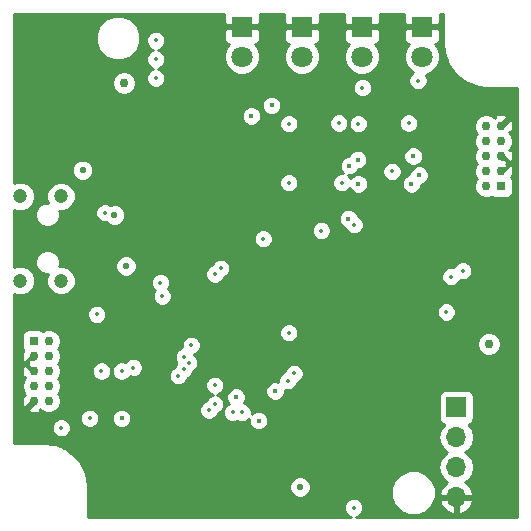
<source format=gbr>
%TF.GenerationSoftware,KiCad,Pcbnew,5.0.0-fee4fd1~65~ubuntu18.04.1*%
%TF.CreationDate,2018-07-28T20:39:21+02:00*%
%TF.ProjectId,blackBoxProbeSmall,626C61636B426F7850726F6265536D61,rev?*%
%TF.SameCoordinates,Original*%
%TF.FileFunction,Copper,L2,Inr,Signal*%
%TF.FilePolarity,Positive*%
%FSLAX46Y46*%
G04 Gerber Fmt 4.6, Leading zero omitted, Abs format (unit mm)*
G04 Created by KiCad (PCBNEW 5.0.0-fee4fd1~65~ubuntu18.04.1) date Sat Jul 28 20:39:21 2018*
%MOMM*%
%LPD*%
G01*
G04 APERTURE LIST*
%TA.AperFunction,ViaPad*%
%ADD10C,1.200000*%
%TD*%
%TA.AperFunction,ViaPad*%
%ADD11R,1.700000X1.700000*%
%TD*%
%TA.AperFunction,ViaPad*%
%ADD12O,1.700000X1.700000*%
%TD*%
%TA.AperFunction,ViaPad*%
%ADD13R,1.800000X1.800000*%
%TD*%
%TA.AperFunction,ViaPad*%
%ADD14C,1.800000*%
%TD*%
%TA.AperFunction,ViaPad*%
%ADD15R,0.750000X0.750000*%
%TD*%
%TA.AperFunction,ViaPad*%
%ADD16C,0.750000*%
%TD*%
%TA.AperFunction,ViaPad*%
%ADD17C,0.550000*%
%TD*%
%TA.AperFunction,ViaPad*%
%ADD18C,0.355600*%
%TD*%
%TA.AperFunction,ViaPad*%
%ADD19C,0.381000*%
%TD*%
%TA.AperFunction,Conductor*%
%ADD20C,0.254000*%
%TD*%
G04 APERTURE END LIST*
D10*
%TO.N,Net-(C2-Pad2)*%
%TO.C,J1*%
X18975000Y-167395000D03*
X18975000Y-174545000D03*
X15525000Y-167395000D03*
X15525000Y-174545000D03*
%TD*%
D11*
%TO.N,/PROBE_VDD*%
%TO.C,J4*%
X52450000Y-185260000D03*
D12*
%TO.N,Net-(J4-Pad2)*%
X52450000Y-187800000D03*
%TO.N,Net-(J4-Pad3)*%
X52450000Y-190340000D03*
%TO.N,GND*%
X52450000Y-192880000D03*
%TD*%
D13*
%TO.N,GND*%
%TO.C,D1*%
X34290000Y-153035000D03*
D14*
%TO.N,Net-(D1-Pad2)*%
X34290000Y-155575000D03*
%TD*%
D13*
%TO.N,GND*%
%TO.C,D2*%
X39370000Y-153035000D03*
D14*
%TO.N,Net-(D2-Pad2)*%
X39370000Y-155575000D03*
%TD*%
D13*
%TO.N,GND*%
%TO.C,D3*%
X44450000Y-153035000D03*
D14*
%TO.N,Net-(D3-Pad2)*%
X44450000Y-155575000D03*
%TD*%
D13*
%TO.N,GND*%
%TO.C,D4*%
X49530000Y-153035000D03*
D14*
%TO.N,Net-(D4-Pad2)*%
X49530000Y-155575000D03*
%TD*%
D15*
%TO.N,Net-(J2-Pad1)*%
%TO.C,J2*%
X16665000Y-179660000D03*
D16*
%TO.N,Net-(J2-Pad2)*%
X17935000Y-179660000D03*
%TO.N,GND*%
X16665000Y-180930000D03*
%TO.N,Net-(J2-Pad4)*%
X17935000Y-180930000D03*
%TO.N,GND*%
X16665000Y-182200000D03*
%TO.N,Net-(J2-Pad6)*%
X17935000Y-182200000D03*
%TO.N,N/C*%
X16665000Y-183470000D03*
%TO.N,Net-(J2-Pad8)*%
X17935000Y-183470000D03*
%TO.N,GND*%
X16665000Y-184740000D03*
%TO.N,Net-(J2-Pad10)*%
X17935000Y-184740000D03*
%TD*%
D15*
%TO.N,/PROBE_VDD*%
%TO.C,J3*%
X56235000Y-166540000D03*
D16*
%TO.N,Net-(J3-Pad2)*%
X54965000Y-166540000D03*
%TO.N,GND*%
X56235000Y-165270000D03*
%TO.N,Net-(J3-Pad4)*%
X54965000Y-165270000D03*
%TO.N,GND*%
X56235000Y-164000000D03*
%TO.N,Net-(J3-Pad6)*%
X54965000Y-164000000D03*
%TO.N,N/C*%
X56235000Y-162730000D03*
%TO.N,Net-(J3-Pad8)*%
X54965000Y-162730000D03*
%TO.N,GND*%
X56235000Y-161460000D03*
%TO.N,Net-(J3-Pad10)*%
X54965000Y-161460000D03*
%TD*%
D17*
%TO.N,+5V*%
X23500000Y-169000000D03*
X20800000Y-165200000D03*
X24500000Y-173300000D03*
D18*
%TO.N,GND*%
X38250000Y-180450000D03*
X24600000Y-174900000D03*
D19*
X47000000Y-159800000D03*
D16*
X50800000Y-179900000D03*
D18*
X53800000Y-170400000D03*
X46400000Y-162000000D03*
X40500000Y-167000000D03*
X46400000Y-167000000D03*
X40500000Y-162000000D03*
X22800000Y-187700000D03*
X28000000Y-192900000D03*
X24500000Y-168900000D03*
D17*
X39200000Y-193600000D03*
D18*
X29050000Y-175850000D03*
D17*
X23600000Y-171500000D03*
D19*
X24100000Y-185200000D03*
D16*
X15550000Y-163200000D03*
X23150000Y-161100000D03*
D17*
X16210000Y-177935000D03*
D16*
X20500000Y-173750000D03*
D18*
X23400000Y-178200000D03*
X38000000Y-165300000D03*
%TO.N,+3V3*%
X38250000Y-178950000D03*
X52000000Y-174200000D03*
X47000000Y-165300000D03*
X44500000Y-158200000D03*
D19*
X44150000Y-166350000D03*
D16*
X55200000Y-179900000D03*
D18*
X38250000Y-161250000D03*
X38250000Y-166250000D03*
X44150000Y-161250000D03*
X19000000Y-187000000D03*
D16*
X24300000Y-157800000D03*
D18*
X25100000Y-181900000D03*
X43750000Y-193750000D03*
D17*
X39200000Y-192000000D03*
D18*
X27550000Y-175850000D03*
D19*
X24100000Y-186200000D03*
D18*
X22000000Y-177400000D03*
X41000000Y-170300000D03*
%TO.N,/TARGET_PWR_SENSE*%
X53000000Y-173700000D03*
X38200000Y-183000000D03*
D19*
%TO.N,/PROBE_I_RST*%
X36800000Y-159700000D03*
D18*
X34300000Y-185700000D03*
D19*
%TO.N,/PROBE_I_RST_SEN*%
X35100000Y-160600000D03*
D18*
X32000000Y-183400000D03*
%TO.N,/TARGET_PWR_EN*%
X51600000Y-177200000D03*
X38700000Y-182400000D03*
%TO.N,/USB_V*%
X28900000Y-182600000D03*
X22700000Y-168800000D03*
%TO.N,/MCU_TDO*%
X22400000Y-182200000D03*
X24100000Y-182200000D03*
%TO.N,/MCU_RST*%
X21400000Y-186200000D03*
X31500000Y-185500000D03*
%TO.N,/USB_PU*%
X30000000Y-180000000D03*
X27400000Y-174700000D03*
D19*
%TO.N,/PROBE_E_TCK*%
X49300000Y-165600000D03*
X48800000Y-164000000D03*
D18*
%TO.N,/LED0*%
X27000000Y-154200000D03*
X29400000Y-182000000D03*
%TO.N,/LED1*%
X27000000Y-155800000D03*
X29800000Y-181500000D03*
%TO.N,/LED2*%
X27000000Y-157400000D03*
X29400000Y-181000000D03*
%TO.N,/PROBE_TMS_DIR*%
X33500000Y-185700000D03*
X32500000Y-173500000D03*
%TO.N,/PROBE_I_TMS*%
X32000000Y-185000000D03*
X32000000Y-174000000D03*
D19*
%TO.N,/PROBE_I_TCK*%
X44100000Y-164300000D03*
X33800000Y-184400000D03*
%TO.N,/PROBE_I_TDO*%
X43300000Y-169300000D03*
X37100000Y-183900000D03*
D18*
%TO.N,/PROBE_I_RX*%
X36100000Y-171000000D03*
X43800000Y-169800000D03*
D19*
%TO.N,/PROBE_I_TDI*%
X43400000Y-164800000D03*
X35700000Y-186400000D03*
%TO.N,/PROBE_E_VDD*%
X48650000Y-166350000D03*
D18*
X42500000Y-161200000D03*
X48400000Y-161200000D03*
X42750000Y-166250000D03*
X49200000Y-157600000D03*
%TD*%
D20*
%TO.N,GND*%
G36*
X32755000Y-152008691D02*
X32755000Y-152749250D01*
X32913750Y-152908000D01*
X34163000Y-152908000D01*
X34163000Y-152888000D01*
X34417000Y-152888000D01*
X34417000Y-152908000D01*
X35666250Y-152908000D01*
X35825000Y-152749250D01*
X35825000Y-152008691D01*
X35804832Y-151960000D01*
X37855168Y-151960000D01*
X37835000Y-152008691D01*
X37835000Y-152749250D01*
X37993750Y-152908000D01*
X39243000Y-152908000D01*
X39243000Y-152888000D01*
X39497000Y-152888000D01*
X39497000Y-152908000D01*
X40746250Y-152908000D01*
X40905000Y-152749250D01*
X40905000Y-152008691D01*
X40884832Y-151960000D01*
X42935168Y-151960000D01*
X42915000Y-152008691D01*
X42915000Y-152749250D01*
X43073750Y-152908000D01*
X44323000Y-152908000D01*
X44323000Y-152888000D01*
X44577000Y-152888000D01*
X44577000Y-152908000D01*
X45826250Y-152908000D01*
X45985000Y-152749250D01*
X45985000Y-152008691D01*
X45964832Y-151960000D01*
X48015168Y-151960000D01*
X47995000Y-152008691D01*
X47995000Y-152749250D01*
X48153750Y-152908000D01*
X49403000Y-152908000D01*
X49403000Y-152888000D01*
X49657000Y-152888000D01*
X49657000Y-152908000D01*
X50906250Y-152908000D01*
X51065000Y-152749250D01*
X51065000Y-152008691D01*
X51044832Y-151960000D01*
X51340000Y-151960000D01*
X51340001Y-154569926D01*
X51346200Y-154601093D01*
X51390224Y-155094369D01*
X51396106Y-155122648D01*
X51397668Y-155151493D01*
X51417896Y-155237060D01*
X51619303Y-155902053D01*
X51634642Y-155937330D01*
X51645504Y-155974236D01*
X51684873Y-156052855D01*
X52033859Y-156653679D01*
X52056903Y-156684483D01*
X52075964Y-156717900D01*
X52132364Y-156785353D01*
X52610209Y-157289777D01*
X52639717Y-157314449D01*
X52665957Y-157342589D01*
X52736362Y-157395258D01*
X53317435Y-157776226D01*
X53351833Y-157793451D01*
X53383838Y-157814796D01*
X53464471Y-157849856D01*
X54117599Y-158086930D01*
X54155034Y-158095779D01*
X54191094Y-158109190D01*
X54277627Y-158124759D01*
X54277630Y-158124760D01*
X54277631Y-158124760D01*
X54939458Y-158201921D01*
X54980074Y-158210000D01*
X57590000Y-158210000D01*
X57590001Y-194540000D01*
X43966720Y-194540000D01*
X44210414Y-194439059D01*
X44439059Y-194210414D01*
X44562800Y-193911676D01*
X44562800Y-193588324D01*
X44439059Y-193289586D01*
X44210414Y-193060941D01*
X43911676Y-192937200D01*
X43588324Y-192937200D01*
X43289586Y-193060941D01*
X43060941Y-193289586D01*
X42937200Y-193588324D01*
X42937200Y-193911676D01*
X43060941Y-194210414D01*
X43289586Y-194439059D01*
X43533280Y-194540000D01*
X21260000Y-194540000D01*
X21260000Y-191930074D01*
X21253799Y-191898898D01*
X21246668Y-191818990D01*
X38290000Y-191818990D01*
X38290000Y-192181010D01*
X38428539Y-192515474D01*
X38684526Y-192771461D01*
X39018990Y-192910000D01*
X39381010Y-192910000D01*
X39715474Y-192771461D01*
X39971461Y-192515474D01*
X40110000Y-192181010D01*
X40110000Y-192125050D01*
X46915000Y-192125050D01*
X46915000Y-192874950D01*
X47201974Y-193567767D01*
X47732233Y-194098026D01*
X48425050Y-194385000D01*
X49174950Y-194385000D01*
X49867767Y-194098026D01*
X50398026Y-193567767D01*
X50535079Y-193236890D01*
X51008524Y-193236890D01*
X51178355Y-193646924D01*
X51568642Y-194075183D01*
X52093108Y-194321486D01*
X52323000Y-194200819D01*
X52323000Y-193007000D01*
X52577000Y-193007000D01*
X52577000Y-194200819D01*
X52806892Y-194321486D01*
X53331358Y-194075183D01*
X53721645Y-193646924D01*
X53891476Y-193236890D01*
X53770155Y-193007000D01*
X52577000Y-193007000D01*
X52323000Y-193007000D01*
X51129845Y-193007000D01*
X51008524Y-193236890D01*
X50535079Y-193236890D01*
X50685000Y-192874950D01*
X50685000Y-192125050D01*
X50398026Y-191432233D01*
X49867767Y-190901974D01*
X49174950Y-190615000D01*
X48425050Y-190615000D01*
X47732233Y-190901974D01*
X47201974Y-191432233D01*
X46915000Y-192125050D01*
X40110000Y-192125050D01*
X40110000Y-191818990D01*
X39971461Y-191484526D01*
X39715474Y-191228539D01*
X39381010Y-191090000D01*
X39018990Y-191090000D01*
X38684526Y-191228539D01*
X38428539Y-191484526D01*
X38290000Y-191818990D01*
X21246668Y-191818990D01*
X21209776Y-191405631D01*
X21203894Y-191377353D01*
X21202332Y-191348507D01*
X21182104Y-191262940D01*
X20980697Y-190597947D01*
X20965357Y-190562668D01*
X20954496Y-190525764D01*
X20915127Y-190447145D01*
X20566141Y-189846321D01*
X20543097Y-189815518D01*
X20524036Y-189782100D01*
X20467636Y-189714646D01*
X19989791Y-189210223D01*
X19960280Y-189185548D01*
X19934043Y-189157412D01*
X19863638Y-189104742D01*
X19282566Y-188723774D01*
X19248164Y-188706547D01*
X19216162Y-188685204D01*
X19135537Y-188650147D01*
X19135530Y-188650144D01*
X19135527Y-188650143D01*
X18482401Y-188413070D01*
X18444966Y-188404221D01*
X18408906Y-188390810D01*
X18322370Y-188375240D01*
X17660542Y-188298079D01*
X17619926Y-188290000D01*
X15010000Y-188290000D01*
X15010000Y-186838324D01*
X18187200Y-186838324D01*
X18187200Y-187161676D01*
X18310941Y-187460414D01*
X18539586Y-187689059D01*
X18838324Y-187812800D01*
X19161676Y-187812800D01*
X19192578Y-187800000D01*
X50935908Y-187800000D01*
X51051161Y-188379418D01*
X51379375Y-188870625D01*
X51677761Y-189070000D01*
X51379375Y-189269375D01*
X51051161Y-189760582D01*
X50935908Y-190340000D01*
X51051161Y-190919418D01*
X51379375Y-191410625D01*
X51698478Y-191623843D01*
X51568642Y-191684817D01*
X51178355Y-192113076D01*
X51008524Y-192523110D01*
X51129845Y-192753000D01*
X52323000Y-192753000D01*
X52323000Y-192733000D01*
X52577000Y-192733000D01*
X52577000Y-192753000D01*
X53770155Y-192753000D01*
X53891476Y-192523110D01*
X53721645Y-192113076D01*
X53331358Y-191684817D01*
X53201522Y-191623843D01*
X53520625Y-191410625D01*
X53848839Y-190919418D01*
X53964092Y-190340000D01*
X53848839Y-189760582D01*
X53520625Y-189269375D01*
X53222239Y-189070000D01*
X53520625Y-188870625D01*
X53848839Y-188379418D01*
X53964092Y-187800000D01*
X53848839Y-187220582D01*
X53520625Y-186729375D01*
X53502381Y-186717184D01*
X53547765Y-186708157D01*
X53757809Y-186567809D01*
X53898157Y-186357765D01*
X53947440Y-186110000D01*
X53947440Y-184410000D01*
X53898157Y-184162235D01*
X53757809Y-183952191D01*
X53547765Y-183811843D01*
X53300000Y-183762560D01*
X51600000Y-183762560D01*
X51352235Y-183811843D01*
X51142191Y-183952191D01*
X51001843Y-184162235D01*
X50952560Y-184410000D01*
X50952560Y-186110000D01*
X51001843Y-186357765D01*
X51142191Y-186567809D01*
X51352235Y-186708157D01*
X51397619Y-186717184D01*
X51379375Y-186729375D01*
X51051161Y-187220582D01*
X50935908Y-187800000D01*
X19192578Y-187800000D01*
X19460414Y-187689059D01*
X19689059Y-187460414D01*
X19812800Y-187161676D01*
X19812800Y-186838324D01*
X19689059Y-186539586D01*
X19460414Y-186310941D01*
X19161676Y-186187200D01*
X18838324Y-186187200D01*
X18539586Y-186310941D01*
X18310941Y-186539586D01*
X18187200Y-186838324D01*
X15010000Y-186838324D01*
X15010000Y-186038324D01*
X20587200Y-186038324D01*
X20587200Y-186361676D01*
X20710941Y-186660414D01*
X20939586Y-186889059D01*
X21238324Y-187012800D01*
X21561676Y-187012800D01*
X21860414Y-186889059D01*
X22089059Y-186660414D01*
X22212800Y-186361676D01*
X22212800Y-186038324D01*
X22211754Y-186035798D01*
X23274500Y-186035798D01*
X23274500Y-186364202D01*
X23400174Y-186667608D01*
X23632392Y-186899826D01*
X23935798Y-187025500D01*
X24264202Y-187025500D01*
X24567608Y-186899826D01*
X24799826Y-186667608D01*
X24925500Y-186364202D01*
X24925500Y-186035798D01*
X24799826Y-185732392D01*
X24567608Y-185500174D01*
X24264202Y-185374500D01*
X23935798Y-185374500D01*
X23632392Y-185500174D01*
X23400174Y-185732392D01*
X23274500Y-186035798D01*
X22211754Y-186035798D01*
X22089059Y-185739586D01*
X21860414Y-185510941D01*
X21561676Y-185387200D01*
X21238324Y-185387200D01*
X20939586Y-185510941D01*
X20710941Y-185739586D01*
X20587200Y-186038324D01*
X15010000Y-186038324D01*
X15010000Y-180814927D01*
X15641662Y-180814927D01*
X15675523Y-181215301D01*
X15763596Y-181427928D01*
X15965863Y-181449532D01*
X16485395Y-180930000D01*
X16471253Y-180915858D01*
X16650858Y-180736253D01*
X16665000Y-180750395D01*
X16679143Y-180736253D01*
X16858748Y-180915858D01*
X16844605Y-180930000D01*
X16858748Y-180944143D01*
X16679143Y-181123748D01*
X16665000Y-181109605D01*
X16581117Y-181193488D01*
X16379699Y-181210523D01*
X16167072Y-181298596D01*
X16145468Y-181500863D01*
X16209605Y-181565000D01*
X16145468Y-181629137D01*
X16167072Y-181831404D01*
X16549927Y-181953338D01*
X16594199Y-181949594D01*
X16665000Y-182020395D01*
X16679143Y-182006253D01*
X16858748Y-182185858D01*
X16844605Y-182200000D01*
X16858748Y-182214143D01*
X16679143Y-182393748D01*
X16665000Y-182379605D01*
X16650858Y-182393748D01*
X16471253Y-182214143D01*
X16485395Y-182200000D01*
X15965863Y-181680468D01*
X15763596Y-181702072D01*
X15641662Y-182084927D01*
X15675523Y-182485301D01*
X15763596Y-182697928D01*
X15965860Y-182719532D01*
X15848786Y-182836606D01*
X15859412Y-182847232D01*
X15808763Y-182897881D01*
X15655000Y-183269099D01*
X15655000Y-183670901D01*
X15808763Y-184042119D01*
X15859412Y-184092768D01*
X15848786Y-184103394D01*
X15965860Y-184220468D01*
X15763596Y-184242072D01*
X15641662Y-184624927D01*
X15675523Y-185025301D01*
X15763596Y-185237928D01*
X15965863Y-185259532D01*
X16485395Y-184740000D01*
X16471253Y-184725858D01*
X16650858Y-184546253D01*
X16665000Y-184560395D01*
X16679143Y-184546253D01*
X16858748Y-184725858D01*
X16844605Y-184740000D01*
X16858748Y-184754143D01*
X16679143Y-184933748D01*
X16665000Y-184919605D01*
X16145468Y-185439137D01*
X16167072Y-185641404D01*
X16549927Y-185763338D01*
X16950301Y-185729477D01*
X17162928Y-185641404D01*
X17184532Y-185439140D01*
X17301606Y-185556214D01*
X17312232Y-185545588D01*
X17362881Y-185596237D01*
X17734099Y-185750000D01*
X18135901Y-185750000D01*
X18507119Y-185596237D01*
X18765032Y-185338324D01*
X30687200Y-185338324D01*
X30687200Y-185661676D01*
X30810941Y-185960414D01*
X31039586Y-186189059D01*
X31338324Y-186312800D01*
X31661676Y-186312800D01*
X31960414Y-186189059D01*
X32189059Y-185960414D01*
X32268537Y-185768537D01*
X32460414Y-185689059D01*
X32611149Y-185538324D01*
X32687200Y-185538324D01*
X32687200Y-185861676D01*
X32810941Y-186160414D01*
X33039586Y-186389059D01*
X33338324Y-186512800D01*
X33661676Y-186512800D01*
X33900000Y-186414083D01*
X34138324Y-186512800D01*
X34461676Y-186512800D01*
X34760414Y-186389059D01*
X34874500Y-186274973D01*
X34874500Y-186564202D01*
X35000174Y-186867608D01*
X35232392Y-187099826D01*
X35535798Y-187225500D01*
X35864202Y-187225500D01*
X36167608Y-187099826D01*
X36399826Y-186867608D01*
X36525500Y-186564202D01*
X36525500Y-186235798D01*
X36399826Y-185932392D01*
X36167608Y-185700174D01*
X35864202Y-185574500D01*
X35535798Y-185574500D01*
X35232392Y-185700174D01*
X35112800Y-185819766D01*
X35112800Y-185538324D01*
X34989059Y-185239586D01*
X34760414Y-185010941D01*
X34474798Y-184892636D01*
X34499826Y-184867608D01*
X34625500Y-184564202D01*
X34625500Y-184235798D01*
X34499826Y-183932392D01*
X34303232Y-183735798D01*
X36274500Y-183735798D01*
X36274500Y-184064202D01*
X36400174Y-184367608D01*
X36632392Y-184599826D01*
X36935798Y-184725500D01*
X37264202Y-184725500D01*
X37567608Y-184599826D01*
X37799826Y-184367608D01*
X37925500Y-184064202D01*
X37925500Y-183766067D01*
X38038324Y-183812800D01*
X38361676Y-183812800D01*
X38660414Y-183689059D01*
X38889059Y-183460414D01*
X39012800Y-183161676D01*
X39012800Y-183150203D01*
X39160414Y-183089059D01*
X39389059Y-182860414D01*
X39512800Y-182561676D01*
X39512800Y-182238324D01*
X39389059Y-181939586D01*
X39160414Y-181710941D01*
X38861676Y-181587200D01*
X38538324Y-181587200D01*
X38239586Y-181710941D01*
X38010941Y-181939586D01*
X37887200Y-182238324D01*
X37887200Y-182249797D01*
X37739586Y-182310941D01*
X37510941Y-182539586D01*
X37387200Y-182838324D01*
X37387200Y-183125447D01*
X37264202Y-183074500D01*
X36935798Y-183074500D01*
X36632392Y-183200174D01*
X36400174Y-183432392D01*
X36274500Y-183735798D01*
X34303232Y-183735798D01*
X34267608Y-183700174D01*
X33964202Y-183574500D01*
X33635798Y-183574500D01*
X33332392Y-183700174D01*
X33100174Y-183932392D01*
X32974500Y-184235798D01*
X32974500Y-184564202D01*
X33100174Y-184867608D01*
X33183780Y-184951214D01*
X33039586Y-185010941D01*
X32810941Y-185239586D01*
X32687200Y-185538324D01*
X32611149Y-185538324D01*
X32689059Y-185460414D01*
X32812800Y-185161676D01*
X32812800Y-184838324D01*
X32689059Y-184539586D01*
X32460414Y-184310941D01*
X32192578Y-184200000D01*
X32460414Y-184089059D01*
X32689059Y-183860414D01*
X32812800Y-183561676D01*
X32812800Y-183238324D01*
X32689059Y-182939586D01*
X32460414Y-182710941D01*
X32161676Y-182587200D01*
X31838324Y-182587200D01*
X31539586Y-182710941D01*
X31310941Y-182939586D01*
X31187200Y-183238324D01*
X31187200Y-183561676D01*
X31310941Y-183860414D01*
X31539586Y-184089059D01*
X31807422Y-184200000D01*
X31539586Y-184310941D01*
X31310941Y-184539586D01*
X31231463Y-184731463D01*
X31039586Y-184810941D01*
X30810941Y-185039586D01*
X30687200Y-185338324D01*
X18765032Y-185338324D01*
X18791237Y-185312119D01*
X18945000Y-184940901D01*
X18945000Y-184539099D01*
X18791237Y-184167881D01*
X18728356Y-184105000D01*
X18791237Y-184042119D01*
X18945000Y-183670901D01*
X18945000Y-183269099D01*
X18791237Y-182897881D01*
X18728356Y-182835000D01*
X18791237Y-182772119D01*
X18945000Y-182400901D01*
X18945000Y-182038324D01*
X21587200Y-182038324D01*
X21587200Y-182361676D01*
X21710941Y-182660414D01*
X21939586Y-182889059D01*
X22238324Y-183012800D01*
X22561676Y-183012800D01*
X22860414Y-182889059D01*
X23089059Y-182660414D01*
X23212800Y-182361676D01*
X23212800Y-182038324D01*
X23287200Y-182038324D01*
X23287200Y-182361676D01*
X23410941Y-182660414D01*
X23639586Y-182889059D01*
X23938324Y-183012800D01*
X24261676Y-183012800D01*
X24560414Y-182889059D01*
X24789059Y-182660414D01*
X24792397Y-182652355D01*
X24938324Y-182712800D01*
X25261676Y-182712800D01*
X25560414Y-182589059D01*
X25711149Y-182438324D01*
X28087200Y-182438324D01*
X28087200Y-182761676D01*
X28210941Y-183060414D01*
X28439586Y-183289059D01*
X28738324Y-183412800D01*
X29061676Y-183412800D01*
X29360414Y-183289059D01*
X29589059Y-183060414D01*
X29712800Y-182761676D01*
X29712800Y-182750203D01*
X29860414Y-182689059D01*
X30089059Y-182460414D01*
X30189247Y-182218537D01*
X30260414Y-182189059D01*
X30489059Y-181960414D01*
X30612800Y-181661676D01*
X30612800Y-181338324D01*
X30489059Y-181039586D01*
X30260414Y-180810941D01*
X30213289Y-180791421D01*
X30460414Y-180689059D01*
X30689059Y-180460414D01*
X30812800Y-180161676D01*
X30812800Y-179838324D01*
X30689059Y-179539586D01*
X30460414Y-179310941D01*
X30161676Y-179187200D01*
X29838324Y-179187200D01*
X29539586Y-179310941D01*
X29310941Y-179539586D01*
X29187200Y-179838324D01*
X29187200Y-180161676D01*
X29203711Y-180201537D01*
X28939586Y-180310941D01*
X28710941Y-180539586D01*
X28587200Y-180838324D01*
X28587200Y-181161676D01*
X28710941Y-181460414D01*
X28750527Y-181500000D01*
X28710941Y-181539586D01*
X28587200Y-181838324D01*
X28587200Y-181849797D01*
X28439586Y-181910941D01*
X28210941Y-182139586D01*
X28087200Y-182438324D01*
X25711149Y-182438324D01*
X25789059Y-182360414D01*
X25912800Y-182061676D01*
X25912800Y-181738324D01*
X25789059Y-181439586D01*
X25560414Y-181210941D01*
X25261676Y-181087200D01*
X24938324Y-181087200D01*
X24639586Y-181210941D01*
X24410941Y-181439586D01*
X24407603Y-181447645D01*
X24261676Y-181387200D01*
X23938324Y-181387200D01*
X23639586Y-181510941D01*
X23410941Y-181739586D01*
X23287200Y-182038324D01*
X23212800Y-182038324D01*
X23089059Y-181739586D01*
X22860414Y-181510941D01*
X22561676Y-181387200D01*
X22238324Y-181387200D01*
X21939586Y-181510941D01*
X21710941Y-181739586D01*
X21587200Y-182038324D01*
X18945000Y-182038324D01*
X18945000Y-181999099D01*
X18791237Y-181627881D01*
X18728356Y-181565000D01*
X18791237Y-181502119D01*
X18945000Y-181130901D01*
X18945000Y-180729099D01*
X18791237Y-180357881D01*
X18728356Y-180295000D01*
X18791237Y-180232119D01*
X18945000Y-179860901D01*
X18945000Y-179459099D01*
X18791237Y-179087881D01*
X18507119Y-178803763D01*
X18469846Y-178788324D01*
X37437200Y-178788324D01*
X37437200Y-179111676D01*
X37560941Y-179410414D01*
X37789586Y-179639059D01*
X38088324Y-179762800D01*
X38411676Y-179762800D01*
X38565464Y-179699099D01*
X54190000Y-179699099D01*
X54190000Y-180100901D01*
X54343763Y-180472119D01*
X54627881Y-180756237D01*
X54999099Y-180910000D01*
X55400901Y-180910000D01*
X55772119Y-180756237D01*
X56056237Y-180472119D01*
X56210000Y-180100901D01*
X56210000Y-179699099D01*
X56056237Y-179327881D01*
X55772119Y-179043763D01*
X55400901Y-178890000D01*
X54999099Y-178890000D01*
X54627881Y-179043763D01*
X54343763Y-179327881D01*
X54190000Y-179699099D01*
X38565464Y-179699099D01*
X38710414Y-179639059D01*
X38939059Y-179410414D01*
X39062800Y-179111676D01*
X39062800Y-178788324D01*
X38939059Y-178489586D01*
X38710414Y-178260941D01*
X38411676Y-178137200D01*
X38088324Y-178137200D01*
X37789586Y-178260941D01*
X37560941Y-178489586D01*
X37437200Y-178788324D01*
X18469846Y-178788324D01*
X18135901Y-178650000D01*
X17734099Y-178650000D01*
X17424530Y-178778227D01*
X17287765Y-178686843D01*
X17040000Y-178637560D01*
X16290000Y-178637560D01*
X16042235Y-178686843D01*
X15832191Y-178827191D01*
X15691843Y-179037235D01*
X15642560Y-179285000D01*
X15642560Y-180035000D01*
X15691843Y-180282765D01*
X15789742Y-180429279D01*
X15763596Y-180432072D01*
X15641662Y-180814927D01*
X15010000Y-180814927D01*
X15010000Y-177238324D01*
X21187200Y-177238324D01*
X21187200Y-177561676D01*
X21310941Y-177860414D01*
X21539586Y-178089059D01*
X21838324Y-178212800D01*
X22161676Y-178212800D01*
X22460414Y-178089059D01*
X22689059Y-177860414D01*
X22812800Y-177561676D01*
X22812800Y-177238324D01*
X22729958Y-177038324D01*
X50787200Y-177038324D01*
X50787200Y-177361676D01*
X50910941Y-177660414D01*
X51139586Y-177889059D01*
X51438324Y-178012800D01*
X51761676Y-178012800D01*
X52060414Y-177889059D01*
X52289059Y-177660414D01*
X52412800Y-177361676D01*
X52412800Y-177038324D01*
X52289059Y-176739586D01*
X52060414Y-176510941D01*
X51761676Y-176387200D01*
X51438324Y-176387200D01*
X51139586Y-176510941D01*
X50910941Y-176739586D01*
X50787200Y-177038324D01*
X22729958Y-177038324D01*
X22689059Y-176939586D01*
X22460414Y-176710941D01*
X22161676Y-176587200D01*
X21838324Y-176587200D01*
X21539586Y-176710941D01*
X21310941Y-176939586D01*
X21187200Y-177238324D01*
X15010000Y-177238324D01*
X15010000Y-175668434D01*
X15279343Y-175780000D01*
X15770657Y-175780000D01*
X16224571Y-175591982D01*
X16571982Y-175244571D01*
X16760000Y-174790657D01*
X16760000Y-174299343D01*
X16571982Y-173845429D01*
X16224571Y-173498018D01*
X15770657Y-173310000D01*
X15279343Y-173310000D01*
X15010000Y-173421566D01*
X15010000Y-172764126D01*
X16790000Y-172764126D01*
X16790000Y-173175874D01*
X16947569Y-173556280D01*
X17238720Y-173847431D01*
X17619126Y-174005000D01*
X17861921Y-174005000D01*
X17740000Y-174299343D01*
X17740000Y-174790657D01*
X17928018Y-175244571D01*
X18275429Y-175591982D01*
X18729343Y-175780000D01*
X19220657Y-175780000D01*
X19674571Y-175591982D01*
X20021982Y-175244571D01*
X20210000Y-174790657D01*
X20210000Y-174538324D01*
X26587200Y-174538324D01*
X26587200Y-174861676D01*
X26710941Y-175160414D01*
X26900527Y-175350000D01*
X26860941Y-175389586D01*
X26737200Y-175688324D01*
X26737200Y-176011676D01*
X26860941Y-176310414D01*
X27089586Y-176539059D01*
X27388324Y-176662800D01*
X27711676Y-176662800D01*
X28010414Y-176539059D01*
X28239059Y-176310414D01*
X28362800Y-176011676D01*
X28362800Y-175688324D01*
X28239059Y-175389586D01*
X28049473Y-175200000D01*
X28089059Y-175160414D01*
X28212800Y-174861676D01*
X28212800Y-174538324D01*
X28089059Y-174239586D01*
X27860414Y-174010941D01*
X27561676Y-173887200D01*
X27238324Y-173887200D01*
X26939586Y-174010941D01*
X26710941Y-174239586D01*
X26587200Y-174538324D01*
X20210000Y-174538324D01*
X20210000Y-174299343D01*
X20021982Y-173845429D01*
X19674571Y-173498018D01*
X19220657Y-173310000D01*
X18804443Y-173310000D01*
X18860000Y-173175874D01*
X18860000Y-173118990D01*
X23590000Y-173118990D01*
X23590000Y-173481010D01*
X23728539Y-173815474D01*
X23984526Y-174071461D01*
X24318990Y-174210000D01*
X24681010Y-174210000D01*
X25015474Y-174071461D01*
X25248611Y-173838324D01*
X31187200Y-173838324D01*
X31187200Y-174161676D01*
X31310941Y-174460414D01*
X31539586Y-174689059D01*
X31838324Y-174812800D01*
X32161676Y-174812800D01*
X32460414Y-174689059D01*
X32689059Y-174460414D01*
X32768537Y-174268537D01*
X32960414Y-174189059D01*
X33111149Y-174038324D01*
X51187200Y-174038324D01*
X51187200Y-174361676D01*
X51310941Y-174660414D01*
X51539586Y-174889059D01*
X51838324Y-175012800D01*
X52161676Y-175012800D01*
X52460414Y-174889059D01*
X52689059Y-174660414D01*
X52763108Y-174481644D01*
X52838324Y-174512800D01*
X53161676Y-174512800D01*
X53460414Y-174389059D01*
X53689059Y-174160414D01*
X53812800Y-173861676D01*
X53812800Y-173538324D01*
X53689059Y-173239586D01*
X53460414Y-173010941D01*
X53161676Y-172887200D01*
X52838324Y-172887200D01*
X52539586Y-173010941D01*
X52310941Y-173239586D01*
X52236892Y-173418356D01*
X52161676Y-173387200D01*
X51838324Y-173387200D01*
X51539586Y-173510941D01*
X51310941Y-173739586D01*
X51187200Y-174038324D01*
X33111149Y-174038324D01*
X33189059Y-173960414D01*
X33312800Y-173661676D01*
X33312800Y-173338324D01*
X33189059Y-173039586D01*
X32960414Y-172810941D01*
X32661676Y-172687200D01*
X32338324Y-172687200D01*
X32039586Y-172810941D01*
X31810941Y-173039586D01*
X31731463Y-173231463D01*
X31539586Y-173310941D01*
X31310941Y-173539586D01*
X31187200Y-173838324D01*
X25248611Y-173838324D01*
X25271461Y-173815474D01*
X25410000Y-173481010D01*
X25410000Y-173118990D01*
X25271461Y-172784526D01*
X25015474Y-172528539D01*
X24681010Y-172390000D01*
X24318990Y-172390000D01*
X23984526Y-172528539D01*
X23728539Y-172784526D01*
X23590000Y-173118990D01*
X18860000Y-173118990D01*
X18860000Y-172764126D01*
X18702431Y-172383720D01*
X18411280Y-172092569D01*
X18030874Y-171935000D01*
X17619126Y-171935000D01*
X17238720Y-172092569D01*
X16947569Y-172383720D01*
X16790000Y-172764126D01*
X15010000Y-172764126D01*
X15010000Y-170838324D01*
X35287200Y-170838324D01*
X35287200Y-171161676D01*
X35410941Y-171460414D01*
X35639586Y-171689059D01*
X35938324Y-171812800D01*
X36261676Y-171812800D01*
X36560414Y-171689059D01*
X36789059Y-171460414D01*
X36912800Y-171161676D01*
X36912800Y-170838324D01*
X36789059Y-170539586D01*
X36560414Y-170310941D01*
X36261676Y-170187200D01*
X35938324Y-170187200D01*
X35639586Y-170310941D01*
X35410941Y-170539586D01*
X35287200Y-170838324D01*
X15010000Y-170838324D01*
X15010000Y-170138324D01*
X40187200Y-170138324D01*
X40187200Y-170461676D01*
X40310941Y-170760414D01*
X40539586Y-170989059D01*
X40838324Y-171112800D01*
X41161676Y-171112800D01*
X41460414Y-170989059D01*
X41689059Y-170760414D01*
X41812800Y-170461676D01*
X41812800Y-170138324D01*
X41689059Y-169839586D01*
X41460414Y-169610941D01*
X41161676Y-169487200D01*
X40838324Y-169487200D01*
X40539586Y-169610941D01*
X40310941Y-169839586D01*
X40187200Y-170138324D01*
X15010000Y-170138324D01*
X15010000Y-168764126D01*
X16790000Y-168764126D01*
X16790000Y-169175874D01*
X16947569Y-169556280D01*
X17238720Y-169847431D01*
X17619126Y-170005000D01*
X18030874Y-170005000D01*
X18411280Y-169847431D01*
X18702431Y-169556280D01*
X18860000Y-169175874D01*
X18860000Y-168764126D01*
X18807891Y-168638324D01*
X21887200Y-168638324D01*
X21887200Y-168961676D01*
X22010941Y-169260414D01*
X22239586Y-169489059D01*
X22538324Y-169612800D01*
X22825865Y-169612800D01*
X22984526Y-169771461D01*
X23318990Y-169910000D01*
X23681010Y-169910000D01*
X24015474Y-169771461D01*
X24271461Y-169515474D01*
X24410000Y-169181010D01*
X24410000Y-169135798D01*
X42474500Y-169135798D01*
X42474500Y-169464202D01*
X42600174Y-169767608D01*
X42832392Y-169999826D01*
X43038336Y-170085130D01*
X43110941Y-170260414D01*
X43339586Y-170489059D01*
X43638324Y-170612800D01*
X43961676Y-170612800D01*
X44260414Y-170489059D01*
X44489059Y-170260414D01*
X44612800Y-169961676D01*
X44612800Y-169638324D01*
X44489059Y-169339586D01*
X44260414Y-169110941D01*
X44085130Y-169038336D01*
X43999826Y-168832392D01*
X43767608Y-168600174D01*
X43464202Y-168474500D01*
X43135798Y-168474500D01*
X42832392Y-168600174D01*
X42600174Y-168832392D01*
X42474500Y-169135798D01*
X24410000Y-169135798D01*
X24410000Y-168818990D01*
X24271461Y-168484526D01*
X24015474Y-168228539D01*
X23681010Y-168090000D01*
X23318990Y-168090000D01*
X23192052Y-168142579D01*
X23160414Y-168110941D01*
X22861676Y-167987200D01*
X22538324Y-167987200D01*
X22239586Y-168110941D01*
X22010941Y-168339586D01*
X21887200Y-168638324D01*
X18807891Y-168638324D01*
X18804443Y-168630000D01*
X19220657Y-168630000D01*
X19674571Y-168441982D01*
X20021982Y-168094571D01*
X20210000Y-167640657D01*
X20210000Y-167149343D01*
X20021982Y-166695429D01*
X19674571Y-166348018D01*
X19220657Y-166160000D01*
X18729343Y-166160000D01*
X18275429Y-166348018D01*
X17928018Y-166695429D01*
X17740000Y-167149343D01*
X17740000Y-167640657D01*
X17861921Y-167935000D01*
X17619126Y-167935000D01*
X17238720Y-168092569D01*
X16947569Y-168383720D01*
X16790000Y-168764126D01*
X15010000Y-168764126D01*
X15010000Y-168518434D01*
X15279343Y-168630000D01*
X15770657Y-168630000D01*
X16224571Y-168441982D01*
X16571982Y-168094571D01*
X16760000Y-167640657D01*
X16760000Y-167149343D01*
X16571982Y-166695429D01*
X16224571Y-166348018D01*
X15770657Y-166160000D01*
X15279343Y-166160000D01*
X15010000Y-166271566D01*
X15010000Y-165018990D01*
X19890000Y-165018990D01*
X19890000Y-165381010D01*
X20028539Y-165715474D01*
X20284526Y-165971461D01*
X20618990Y-166110000D01*
X20981010Y-166110000D01*
X21033340Y-166088324D01*
X37437200Y-166088324D01*
X37437200Y-166411676D01*
X37560941Y-166710414D01*
X37789586Y-166939059D01*
X38088324Y-167062800D01*
X38411676Y-167062800D01*
X38710414Y-166939059D01*
X38939059Y-166710414D01*
X39062800Y-166411676D01*
X39062800Y-166088324D01*
X41937200Y-166088324D01*
X41937200Y-166411676D01*
X42060941Y-166710414D01*
X42289586Y-166939059D01*
X42588324Y-167062800D01*
X42911676Y-167062800D01*
X43210414Y-166939059D01*
X43415522Y-166733951D01*
X43450174Y-166817608D01*
X43682392Y-167049826D01*
X43985798Y-167175500D01*
X44314202Y-167175500D01*
X44617608Y-167049826D01*
X44849826Y-166817608D01*
X44975500Y-166514202D01*
X44975500Y-166185798D01*
X47824500Y-166185798D01*
X47824500Y-166514202D01*
X47950174Y-166817608D01*
X48182392Y-167049826D01*
X48485798Y-167175500D01*
X48814202Y-167175500D01*
X49117608Y-167049826D01*
X49349826Y-166817608D01*
X49475500Y-166514202D01*
X49475500Y-166420820D01*
X49767608Y-166299826D01*
X49999826Y-166067608D01*
X50125500Y-165764202D01*
X50125500Y-165435798D01*
X49999826Y-165132392D01*
X49767608Y-164900174D01*
X49464202Y-164774500D01*
X49135798Y-164774500D01*
X48832392Y-164900174D01*
X48600174Y-165132392D01*
X48474500Y-165435798D01*
X48474500Y-165529180D01*
X48182392Y-165650174D01*
X47950174Y-165882392D01*
X47824500Y-166185798D01*
X44975500Y-166185798D01*
X44849826Y-165882392D01*
X44617608Y-165650174D01*
X44314202Y-165524500D01*
X43985798Y-165524500D01*
X43682392Y-165650174D01*
X43469497Y-165863069D01*
X43439059Y-165789586D01*
X43274973Y-165625500D01*
X43564202Y-165625500D01*
X43867608Y-165499826D01*
X44099826Y-165267608D01*
X44153377Y-165138324D01*
X46187200Y-165138324D01*
X46187200Y-165461676D01*
X46310941Y-165760414D01*
X46539586Y-165989059D01*
X46838324Y-166112800D01*
X47161676Y-166112800D01*
X47460414Y-165989059D01*
X47689059Y-165760414D01*
X47812800Y-165461676D01*
X47812800Y-165138324D01*
X47689059Y-164839586D01*
X47460414Y-164610941D01*
X47161676Y-164487200D01*
X46838324Y-164487200D01*
X46539586Y-164610941D01*
X46310941Y-164839586D01*
X46187200Y-165138324D01*
X44153377Y-165138324D01*
X44158689Y-165125500D01*
X44264202Y-165125500D01*
X44567608Y-164999826D01*
X44799826Y-164767608D01*
X44925500Y-164464202D01*
X44925500Y-164135798D01*
X44801237Y-163835798D01*
X47974500Y-163835798D01*
X47974500Y-164164202D01*
X48100174Y-164467608D01*
X48332392Y-164699826D01*
X48635798Y-164825500D01*
X48964202Y-164825500D01*
X49267608Y-164699826D01*
X49499826Y-164467608D01*
X49625500Y-164164202D01*
X49625500Y-163835798D01*
X49499826Y-163532392D01*
X49267608Y-163300174D01*
X48964202Y-163174500D01*
X48635798Y-163174500D01*
X48332392Y-163300174D01*
X48100174Y-163532392D01*
X47974500Y-163835798D01*
X44801237Y-163835798D01*
X44799826Y-163832392D01*
X44567608Y-163600174D01*
X44264202Y-163474500D01*
X43935798Y-163474500D01*
X43632392Y-163600174D01*
X43400174Y-163832392D01*
X43341311Y-163974500D01*
X43235798Y-163974500D01*
X42932392Y-164100174D01*
X42700174Y-164332392D01*
X42574500Y-164635798D01*
X42574500Y-164964202D01*
X42700174Y-165267608D01*
X42869766Y-165437200D01*
X42588324Y-165437200D01*
X42289586Y-165560941D01*
X42060941Y-165789586D01*
X41937200Y-166088324D01*
X39062800Y-166088324D01*
X38939059Y-165789586D01*
X38710414Y-165560941D01*
X38411676Y-165437200D01*
X38088324Y-165437200D01*
X37789586Y-165560941D01*
X37560941Y-165789586D01*
X37437200Y-166088324D01*
X21033340Y-166088324D01*
X21315474Y-165971461D01*
X21571461Y-165715474D01*
X21710000Y-165381010D01*
X21710000Y-165018990D01*
X21571461Y-164684526D01*
X21315474Y-164428539D01*
X20981010Y-164290000D01*
X20618990Y-164290000D01*
X20284526Y-164428539D01*
X20028539Y-164684526D01*
X19890000Y-165018990D01*
X15010000Y-165018990D01*
X15010000Y-160435798D01*
X34274500Y-160435798D01*
X34274500Y-160764202D01*
X34400174Y-161067608D01*
X34632392Y-161299826D01*
X34935798Y-161425500D01*
X35264202Y-161425500D01*
X35567608Y-161299826D01*
X35779110Y-161088324D01*
X37437200Y-161088324D01*
X37437200Y-161411676D01*
X37560941Y-161710414D01*
X37789586Y-161939059D01*
X38088324Y-162062800D01*
X38411676Y-162062800D01*
X38710414Y-161939059D01*
X38939059Y-161710414D01*
X39062800Y-161411676D01*
X39062800Y-161088324D01*
X39042090Y-161038324D01*
X41687200Y-161038324D01*
X41687200Y-161361676D01*
X41810941Y-161660414D01*
X42039586Y-161889059D01*
X42338324Y-162012800D01*
X42661676Y-162012800D01*
X42960414Y-161889059D01*
X43189059Y-161660414D01*
X43312800Y-161361676D01*
X43312800Y-161088324D01*
X43337200Y-161088324D01*
X43337200Y-161411676D01*
X43460941Y-161710414D01*
X43689586Y-161939059D01*
X43988324Y-162062800D01*
X44311676Y-162062800D01*
X44610414Y-161939059D01*
X44839059Y-161710414D01*
X44962800Y-161411676D01*
X44962800Y-161088324D01*
X44942090Y-161038324D01*
X47587200Y-161038324D01*
X47587200Y-161361676D01*
X47710941Y-161660414D01*
X47939586Y-161889059D01*
X48238324Y-162012800D01*
X48561676Y-162012800D01*
X48860414Y-161889059D01*
X49089059Y-161660414D01*
X49212800Y-161361676D01*
X49212800Y-161259099D01*
X53955000Y-161259099D01*
X53955000Y-161660901D01*
X54108763Y-162032119D01*
X54171644Y-162095000D01*
X54108763Y-162157881D01*
X53955000Y-162529099D01*
X53955000Y-162930901D01*
X54108763Y-163302119D01*
X54171644Y-163365000D01*
X54108763Y-163427881D01*
X53955000Y-163799099D01*
X53955000Y-164200901D01*
X54108763Y-164572119D01*
X54171644Y-164635000D01*
X54108763Y-164697881D01*
X53955000Y-165069099D01*
X53955000Y-165470901D01*
X54108763Y-165842119D01*
X54171644Y-165905000D01*
X54108763Y-165967881D01*
X53955000Y-166339099D01*
X53955000Y-166740901D01*
X54108763Y-167112119D01*
X54392881Y-167396237D01*
X54764099Y-167550000D01*
X55165901Y-167550000D01*
X55475470Y-167421773D01*
X55612235Y-167513157D01*
X55860000Y-167562440D01*
X56610000Y-167562440D01*
X56857765Y-167513157D01*
X57067809Y-167372809D01*
X57208157Y-167162765D01*
X57257440Y-166915000D01*
X57257440Y-166165000D01*
X57208157Y-165917235D01*
X57110258Y-165770721D01*
X57136404Y-165767928D01*
X57258338Y-165385073D01*
X57224477Y-164984699D01*
X57136404Y-164772072D01*
X56934137Y-164750468D01*
X56414605Y-165270000D01*
X56428748Y-165284143D01*
X56249143Y-165463748D01*
X56235000Y-165449605D01*
X56220858Y-165463748D01*
X56041253Y-165284143D01*
X56055395Y-165270000D01*
X56041253Y-165255858D01*
X56220858Y-165076253D01*
X56235000Y-165090395D01*
X56318883Y-165006512D01*
X56520301Y-164989477D01*
X56732928Y-164901404D01*
X56754532Y-164699137D01*
X56690395Y-164635000D01*
X56754532Y-164570863D01*
X56732928Y-164368596D01*
X56350073Y-164246662D01*
X56305801Y-164250406D01*
X56235000Y-164179605D01*
X56220858Y-164193748D01*
X56041253Y-164014143D01*
X56055395Y-164000000D01*
X56041253Y-163985858D01*
X56220858Y-163806253D01*
X56235000Y-163820395D01*
X56249143Y-163806253D01*
X56428748Y-163985858D01*
X56414605Y-164000000D01*
X56934137Y-164519532D01*
X57136404Y-164497928D01*
X57258338Y-164115073D01*
X57224477Y-163714699D01*
X57136404Y-163502072D01*
X56934140Y-163480468D01*
X57051214Y-163363394D01*
X57040588Y-163352768D01*
X57091237Y-163302119D01*
X57245000Y-162930901D01*
X57245000Y-162529099D01*
X57091237Y-162157881D01*
X57040588Y-162107232D01*
X57051214Y-162096606D01*
X56934140Y-161979532D01*
X57136404Y-161957928D01*
X57258338Y-161575073D01*
X57224477Y-161174699D01*
X57136404Y-160962072D01*
X56934137Y-160940468D01*
X56414605Y-161460000D01*
X56428748Y-161474143D01*
X56249143Y-161653748D01*
X56235000Y-161639605D01*
X56220858Y-161653748D01*
X56041253Y-161474143D01*
X56055395Y-161460000D01*
X56041253Y-161445858D01*
X56220858Y-161266253D01*
X56235000Y-161280395D01*
X56754532Y-160760863D01*
X56732928Y-160558596D01*
X56350073Y-160436662D01*
X55949699Y-160470523D01*
X55737072Y-160558596D01*
X55715468Y-160760860D01*
X55598394Y-160643786D01*
X55587768Y-160654412D01*
X55537119Y-160603763D01*
X55165901Y-160450000D01*
X54764099Y-160450000D01*
X54392881Y-160603763D01*
X54108763Y-160887881D01*
X53955000Y-161259099D01*
X49212800Y-161259099D01*
X49212800Y-161038324D01*
X49089059Y-160739586D01*
X48860414Y-160510941D01*
X48561676Y-160387200D01*
X48238324Y-160387200D01*
X47939586Y-160510941D01*
X47710941Y-160739586D01*
X47587200Y-161038324D01*
X44942090Y-161038324D01*
X44839059Y-160789586D01*
X44610414Y-160560941D01*
X44311676Y-160437200D01*
X43988324Y-160437200D01*
X43689586Y-160560941D01*
X43460941Y-160789586D01*
X43337200Y-161088324D01*
X43312800Y-161088324D01*
X43312800Y-161038324D01*
X43189059Y-160739586D01*
X42960414Y-160510941D01*
X42661676Y-160387200D01*
X42338324Y-160387200D01*
X42039586Y-160510941D01*
X41810941Y-160739586D01*
X41687200Y-161038324D01*
X39042090Y-161038324D01*
X38939059Y-160789586D01*
X38710414Y-160560941D01*
X38411676Y-160437200D01*
X38088324Y-160437200D01*
X37789586Y-160560941D01*
X37560941Y-160789586D01*
X37437200Y-161088324D01*
X35779110Y-161088324D01*
X35799826Y-161067608D01*
X35925500Y-160764202D01*
X35925500Y-160435798D01*
X35799826Y-160132392D01*
X35567608Y-159900174D01*
X35264202Y-159774500D01*
X34935798Y-159774500D01*
X34632392Y-159900174D01*
X34400174Y-160132392D01*
X34274500Y-160435798D01*
X15010000Y-160435798D01*
X15010000Y-159535798D01*
X35974500Y-159535798D01*
X35974500Y-159864202D01*
X36100174Y-160167608D01*
X36332392Y-160399826D01*
X36635798Y-160525500D01*
X36964202Y-160525500D01*
X37267608Y-160399826D01*
X37499826Y-160167608D01*
X37625500Y-159864202D01*
X37625500Y-159535798D01*
X37499826Y-159232392D01*
X37267608Y-159000174D01*
X36964202Y-158874500D01*
X36635798Y-158874500D01*
X36332392Y-159000174D01*
X36100174Y-159232392D01*
X35974500Y-159535798D01*
X15010000Y-159535798D01*
X15010000Y-157599099D01*
X23290000Y-157599099D01*
X23290000Y-158000901D01*
X23443763Y-158372119D01*
X23727881Y-158656237D01*
X24099099Y-158810000D01*
X24500901Y-158810000D01*
X24872119Y-158656237D01*
X25156237Y-158372119D01*
X25310000Y-158000901D01*
X25310000Y-157599099D01*
X25156237Y-157227881D01*
X24872119Y-156943763D01*
X24500901Y-156790000D01*
X24099099Y-156790000D01*
X23727881Y-156943763D01*
X23443763Y-157227881D01*
X23290000Y-157599099D01*
X15010000Y-157599099D01*
X15010000Y-153625050D01*
X21915000Y-153625050D01*
X21915000Y-154374950D01*
X22201974Y-155067767D01*
X22732233Y-155598026D01*
X23425050Y-155885000D01*
X24174950Y-155885000D01*
X24867767Y-155598026D01*
X25398026Y-155067767D01*
X25685000Y-154374950D01*
X25685000Y-154038324D01*
X26187200Y-154038324D01*
X26187200Y-154361676D01*
X26310941Y-154660414D01*
X26539586Y-154889059D01*
X26807422Y-155000000D01*
X26539586Y-155110941D01*
X26310941Y-155339586D01*
X26187200Y-155638324D01*
X26187200Y-155961676D01*
X26310941Y-156260414D01*
X26539586Y-156489059D01*
X26807422Y-156600000D01*
X26539586Y-156710941D01*
X26310941Y-156939586D01*
X26187200Y-157238324D01*
X26187200Y-157561676D01*
X26310941Y-157860414D01*
X26539586Y-158089059D01*
X26838324Y-158212800D01*
X27161676Y-158212800D01*
X27460414Y-158089059D01*
X27511149Y-158038324D01*
X43687200Y-158038324D01*
X43687200Y-158361676D01*
X43810941Y-158660414D01*
X44039586Y-158889059D01*
X44338324Y-159012800D01*
X44661676Y-159012800D01*
X44960414Y-158889059D01*
X45189059Y-158660414D01*
X45312800Y-158361676D01*
X45312800Y-158038324D01*
X45189059Y-157739586D01*
X44960414Y-157510941D01*
X44661676Y-157387200D01*
X44338324Y-157387200D01*
X44039586Y-157510941D01*
X43810941Y-157739586D01*
X43687200Y-158038324D01*
X27511149Y-158038324D01*
X27689059Y-157860414D01*
X27812800Y-157561676D01*
X27812800Y-157238324D01*
X27689059Y-156939586D01*
X27460414Y-156710941D01*
X27192578Y-156600000D01*
X27460414Y-156489059D01*
X27689059Y-156260414D01*
X27812800Y-155961676D01*
X27812800Y-155638324D01*
X27689059Y-155339586D01*
X27460414Y-155110941D01*
X27192578Y-155000000D01*
X27460414Y-154889059D01*
X27689059Y-154660414D01*
X27812800Y-154361676D01*
X27812800Y-154038324D01*
X27689059Y-153739586D01*
X27460414Y-153510941D01*
X27161676Y-153387200D01*
X26838324Y-153387200D01*
X26539586Y-153510941D01*
X26310941Y-153739586D01*
X26187200Y-154038324D01*
X25685000Y-154038324D01*
X25685000Y-153625050D01*
X25558955Y-153320750D01*
X32755000Y-153320750D01*
X32755000Y-154061309D01*
X32851673Y-154294698D01*
X33030301Y-154473327D01*
X33165044Y-154529139D01*
X32988690Y-154705493D01*
X32755000Y-155269670D01*
X32755000Y-155880330D01*
X32988690Y-156444507D01*
X33420493Y-156876310D01*
X33984670Y-157110000D01*
X34595330Y-157110000D01*
X35159507Y-156876310D01*
X35591310Y-156444507D01*
X35825000Y-155880330D01*
X35825000Y-155269670D01*
X35591310Y-154705493D01*
X35414956Y-154529139D01*
X35549699Y-154473327D01*
X35728327Y-154294698D01*
X35825000Y-154061309D01*
X35825000Y-153320750D01*
X37835000Y-153320750D01*
X37835000Y-154061309D01*
X37931673Y-154294698D01*
X38110301Y-154473327D01*
X38245044Y-154529139D01*
X38068690Y-154705493D01*
X37835000Y-155269670D01*
X37835000Y-155880330D01*
X38068690Y-156444507D01*
X38500493Y-156876310D01*
X39064670Y-157110000D01*
X39675330Y-157110000D01*
X40239507Y-156876310D01*
X40671310Y-156444507D01*
X40905000Y-155880330D01*
X40905000Y-155269670D01*
X40671310Y-154705493D01*
X40494956Y-154529139D01*
X40629699Y-154473327D01*
X40808327Y-154294698D01*
X40905000Y-154061309D01*
X40905000Y-153320750D01*
X42915000Y-153320750D01*
X42915000Y-154061309D01*
X43011673Y-154294698D01*
X43190301Y-154473327D01*
X43325044Y-154529139D01*
X43148690Y-154705493D01*
X42915000Y-155269670D01*
X42915000Y-155880330D01*
X43148690Y-156444507D01*
X43580493Y-156876310D01*
X44144670Y-157110000D01*
X44755330Y-157110000D01*
X45319507Y-156876310D01*
X45751310Y-156444507D01*
X45985000Y-155880330D01*
X45985000Y-155269670D01*
X45751310Y-154705493D01*
X45574956Y-154529139D01*
X45709699Y-154473327D01*
X45888327Y-154294698D01*
X45985000Y-154061309D01*
X45985000Y-153320750D01*
X47995000Y-153320750D01*
X47995000Y-154061309D01*
X48091673Y-154294698D01*
X48270301Y-154473327D01*
X48405044Y-154529139D01*
X48228690Y-154705493D01*
X47995000Y-155269670D01*
X47995000Y-155880330D01*
X48228690Y-156444507D01*
X48660493Y-156876310D01*
X48741843Y-156910006D01*
X48739586Y-156910941D01*
X48510941Y-157139586D01*
X48387200Y-157438324D01*
X48387200Y-157761676D01*
X48510941Y-158060414D01*
X48739586Y-158289059D01*
X49038324Y-158412800D01*
X49361676Y-158412800D01*
X49660414Y-158289059D01*
X49889059Y-158060414D01*
X50012800Y-157761676D01*
X50012800Y-157438324D01*
X49889059Y-157139586D01*
X49852402Y-157102929D01*
X50399507Y-156876310D01*
X50831310Y-156444507D01*
X51065000Y-155880330D01*
X51065000Y-155269670D01*
X50831310Y-154705493D01*
X50654956Y-154529139D01*
X50789699Y-154473327D01*
X50968327Y-154294698D01*
X51065000Y-154061309D01*
X51065000Y-153320750D01*
X50906250Y-153162000D01*
X49657000Y-153162000D01*
X49657000Y-153182000D01*
X49403000Y-153182000D01*
X49403000Y-153162000D01*
X48153750Y-153162000D01*
X47995000Y-153320750D01*
X45985000Y-153320750D01*
X45826250Y-153162000D01*
X44577000Y-153162000D01*
X44577000Y-153182000D01*
X44323000Y-153182000D01*
X44323000Y-153162000D01*
X43073750Y-153162000D01*
X42915000Y-153320750D01*
X40905000Y-153320750D01*
X40746250Y-153162000D01*
X39497000Y-153162000D01*
X39497000Y-153182000D01*
X39243000Y-153182000D01*
X39243000Y-153162000D01*
X37993750Y-153162000D01*
X37835000Y-153320750D01*
X35825000Y-153320750D01*
X35666250Y-153162000D01*
X34417000Y-153162000D01*
X34417000Y-153182000D01*
X34163000Y-153182000D01*
X34163000Y-153162000D01*
X32913750Y-153162000D01*
X32755000Y-153320750D01*
X25558955Y-153320750D01*
X25398026Y-152932233D01*
X24867767Y-152401974D01*
X24174950Y-152115000D01*
X23425050Y-152115000D01*
X22732233Y-152401974D01*
X22201974Y-152932233D01*
X21915000Y-153625050D01*
X15010000Y-153625050D01*
X15010000Y-151960000D01*
X32775168Y-151960000D01*
X32755000Y-152008691D01*
X32755000Y-152008691D01*
G37*
X32755000Y-152008691D02*
X32755000Y-152749250D01*
X32913750Y-152908000D01*
X34163000Y-152908000D01*
X34163000Y-152888000D01*
X34417000Y-152888000D01*
X34417000Y-152908000D01*
X35666250Y-152908000D01*
X35825000Y-152749250D01*
X35825000Y-152008691D01*
X35804832Y-151960000D01*
X37855168Y-151960000D01*
X37835000Y-152008691D01*
X37835000Y-152749250D01*
X37993750Y-152908000D01*
X39243000Y-152908000D01*
X39243000Y-152888000D01*
X39497000Y-152888000D01*
X39497000Y-152908000D01*
X40746250Y-152908000D01*
X40905000Y-152749250D01*
X40905000Y-152008691D01*
X40884832Y-151960000D01*
X42935168Y-151960000D01*
X42915000Y-152008691D01*
X42915000Y-152749250D01*
X43073750Y-152908000D01*
X44323000Y-152908000D01*
X44323000Y-152888000D01*
X44577000Y-152888000D01*
X44577000Y-152908000D01*
X45826250Y-152908000D01*
X45985000Y-152749250D01*
X45985000Y-152008691D01*
X45964832Y-151960000D01*
X48015168Y-151960000D01*
X47995000Y-152008691D01*
X47995000Y-152749250D01*
X48153750Y-152908000D01*
X49403000Y-152908000D01*
X49403000Y-152888000D01*
X49657000Y-152888000D01*
X49657000Y-152908000D01*
X50906250Y-152908000D01*
X51065000Y-152749250D01*
X51065000Y-152008691D01*
X51044832Y-151960000D01*
X51340000Y-151960000D01*
X51340001Y-154569926D01*
X51346200Y-154601093D01*
X51390224Y-155094369D01*
X51396106Y-155122648D01*
X51397668Y-155151493D01*
X51417896Y-155237060D01*
X51619303Y-155902053D01*
X51634642Y-155937330D01*
X51645504Y-155974236D01*
X51684873Y-156052855D01*
X52033859Y-156653679D01*
X52056903Y-156684483D01*
X52075964Y-156717900D01*
X52132364Y-156785353D01*
X52610209Y-157289777D01*
X52639717Y-157314449D01*
X52665957Y-157342589D01*
X52736362Y-157395258D01*
X53317435Y-157776226D01*
X53351833Y-157793451D01*
X53383838Y-157814796D01*
X53464471Y-157849856D01*
X54117599Y-158086930D01*
X54155034Y-158095779D01*
X54191094Y-158109190D01*
X54277627Y-158124759D01*
X54277630Y-158124760D01*
X54277631Y-158124760D01*
X54939458Y-158201921D01*
X54980074Y-158210000D01*
X57590000Y-158210000D01*
X57590001Y-194540000D01*
X43966720Y-194540000D01*
X44210414Y-194439059D01*
X44439059Y-194210414D01*
X44562800Y-193911676D01*
X44562800Y-193588324D01*
X44439059Y-193289586D01*
X44210414Y-193060941D01*
X43911676Y-192937200D01*
X43588324Y-192937200D01*
X43289586Y-193060941D01*
X43060941Y-193289586D01*
X42937200Y-193588324D01*
X42937200Y-193911676D01*
X43060941Y-194210414D01*
X43289586Y-194439059D01*
X43533280Y-194540000D01*
X21260000Y-194540000D01*
X21260000Y-191930074D01*
X21253799Y-191898898D01*
X21246668Y-191818990D01*
X38290000Y-191818990D01*
X38290000Y-192181010D01*
X38428539Y-192515474D01*
X38684526Y-192771461D01*
X39018990Y-192910000D01*
X39381010Y-192910000D01*
X39715474Y-192771461D01*
X39971461Y-192515474D01*
X40110000Y-192181010D01*
X40110000Y-192125050D01*
X46915000Y-192125050D01*
X46915000Y-192874950D01*
X47201974Y-193567767D01*
X47732233Y-194098026D01*
X48425050Y-194385000D01*
X49174950Y-194385000D01*
X49867767Y-194098026D01*
X50398026Y-193567767D01*
X50535079Y-193236890D01*
X51008524Y-193236890D01*
X51178355Y-193646924D01*
X51568642Y-194075183D01*
X52093108Y-194321486D01*
X52323000Y-194200819D01*
X52323000Y-193007000D01*
X52577000Y-193007000D01*
X52577000Y-194200819D01*
X52806892Y-194321486D01*
X53331358Y-194075183D01*
X53721645Y-193646924D01*
X53891476Y-193236890D01*
X53770155Y-193007000D01*
X52577000Y-193007000D01*
X52323000Y-193007000D01*
X51129845Y-193007000D01*
X51008524Y-193236890D01*
X50535079Y-193236890D01*
X50685000Y-192874950D01*
X50685000Y-192125050D01*
X50398026Y-191432233D01*
X49867767Y-190901974D01*
X49174950Y-190615000D01*
X48425050Y-190615000D01*
X47732233Y-190901974D01*
X47201974Y-191432233D01*
X46915000Y-192125050D01*
X40110000Y-192125050D01*
X40110000Y-191818990D01*
X39971461Y-191484526D01*
X39715474Y-191228539D01*
X39381010Y-191090000D01*
X39018990Y-191090000D01*
X38684526Y-191228539D01*
X38428539Y-191484526D01*
X38290000Y-191818990D01*
X21246668Y-191818990D01*
X21209776Y-191405631D01*
X21203894Y-191377353D01*
X21202332Y-191348507D01*
X21182104Y-191262940D01*
X20980697Y-190597947D01*
X20965357Y-190562668D01*
X20954496Y-190525764D01*
X20915127Y-190447145D01*
X20566141Y-189846321D01*
X20543097Y-189815518D01*
X20524036Y-189782100D01*
X20467636Y-189714646D01*
X19989791Y-189210223D01*
X19960280Y-189185548D01*
X19934043Y-189157412D01*
X19863638Y-189104742D01*
X19282566Y-188723774D01*
X19248164Y-188706547D01*
X19216162Y-188685204D01*
X19135537Y-188650147D01*
X19135530Y-188650144D01*
X19135527Y-188650143D01*
X18482401Y-188413070D01*
X18444966Y-188404221D01*
X18408906Y-188390810D01*
X18322370Y-188375240D01*
X17660542Y-188298079D01*
X17619926Y-188290000D01*
X15010000Y-188290000D01*
X15010000Y-186838324D01*
X18187200Y-186838324D01*
X18187200Y-187161676D01*
X18310941Y-187460414D01*
X18539586Y-187689059D01*
X18838324Y-187812800D01*
X19161676Y-187812800D01*
X19192578Y-187800000D01*
X50935908Y-187800000D01*
X51051161Y-188379418D01*
X51379375Y-188870625D01*
X51677761Y-189070000D01*
X51379375Y-189269375D01*
X51051161Y-189760582D01*
X50935908Y-190340000D01*
X51051161Y-190919418D01*
X51379375Y-191410625D01*
X51698478Y-191623843D01*
X51568642Y-191684817D01*
X51178355Y-192113076D01*
X51008524Y-192523110D01*
X51129845Y-192753000D01*
X52323000Y-192753000D01*
X52323000Y-192733000D01*
X52577000Y-192733000D01*
X52577000Y-192753000D01*
X53770155Y-192753000D01*
X53891476Y-192523110D01*
X53721645Y-192113076D01*
X53331358Y-191684817D01*
X53201522Y-191623843D01*
X53520625Y-191410625D01*
X53848839Y-190919418D01*
X53964092Y-190340000D01*
X53848839Y-189760582D01*
X53520625Y-189269375D01*
X53222239Y-189070000D01*
X53520625Y-188870625D01*
X53848839Y-188379418D01*
X53964092Y-187800000D01*
X53848839Y-187220582D01*
X53520625Y-186729375D01*
X53502381Y-186717184D01*
X53547765Y-186708157D01*
X53757809Y-186567809D01*
X53898157Y-186357765D01*
X53947440Y-186110000D01*
X53947440Y-184410000D01*
X53898157Y-184162235D01*
X53757809Y-183952191D01*
X53547765Y-183811843D01*
X53300000Y-183762560D01*
X51600000Y-183762560D01*
X51352235Y-183811843D01*
X51142191Y-183952191D01*
X51001843Y-184162235D01*
X50952560Y-184410000D01*
X50952560Y-186110000D01*
X51001843Y-186357765D01*
X51142191Y-186567809D01*
X51352235Y-186708157D01*
X51397619Y-186717184D01*
X51379375Y-186729375D01*
X51051161Y-187220582D01*
X50935908Y-187800000D01*
X19192578Y-187800000D01*
X19460414Y-187689059D01*
X19689059Y-187460414D01*
X19812800Y-187161676D01*
X19812800Y-186838324D01*
X19689059Y-186539586D01*
X19460414Y-186310941D01*
X19161676Y-186187200D01*
X18838324Y-186187200D01*
X18539586Y-186310941D01*
X18310941Y-186539586D01*
X18187200Y-186838324D01*
X15010000Y-186838324D01*
X15010000Y-186038324D01*
X20587200Y-186038324D01*
X20587200Y-186361676D01*
X20710941Y-186660414D01*
X20939586Y-186889059D01*
X21238324Y-187012800D01*
X21561676Y-187012800D01*
X21860414Y-186889059D01*
X22089059Y-186660414D01*
X22212800Y-186361676D01*
X22212800Y-186038324D01*
X22211754Y-186035798D01*
X23274500Y-186035798D01*
X23274500Y-186364202D01*
X23400174Y-186667608D01*
X23632392Y-186899826D01*
X23935798Y-187025500D01*
X24264202Y-187025500D01*
X24567608Y-186899826D01*
X24799826Y-186667608D01*
X24925500Y-186364202D01*
X24925500Y-186035798D01*
X24799826Y-185732392D01*
X24567608Y-185500174D01*
X24264202Y-185374500D01*
X23935798Y-185374500D01*
X23632392Y-185500174D01*
X23400174Y-185732392D01*
X23274500Y-186035798D01*
X22211754Y-186035798D01*
X22089059Y-185739586D01*
X21860414Y-185510941D01*
X21561676Y-185387200D01*
X21238324Y-185387200D01*
X20939586Y-185510941D01*
X20710941Y-185739586D01*
X20587200Y-186038324D01*
X15010000Y-186038324D01*
X15010000Y-180814927D01*
X15641662Y-180814927D01*
X15675523Y-181215301D01*
X15763596Y-181427928D01*
X15965863Y-181449532D01*
X16485395Y-180930000D01*
X16471253Y-180915858D01*
X16650858Y-180736253D01*
X16665000Y-180750395D01*
X16679143Y-180736253D01*
X16858748Y-180915858D01*
X16844605Y-180930000D01*
X16858748Y-180944143D01*
X16679143Y-181123748D01*
X16665000Y-181109605D01*
X16581117Y-181193488D01*
X16379699Y-181210523D01*
X16167072Y-181298596D01*
X16145468Y-181500863D01*
X16209605Y-181565000D01*
X16145468Y-181629137D01*
X16167072Y-181831404D01*
X16549927Y-181953338D01*
X16594199Y-181949594D01*
X16665000Y-182020395D01*
X16679143Y-182006253D01*
X16858748Y-182185858D01*
X16844605Y-182200000D01*
X16858748Y-182214143D01*
X16679143Y-182393748D01*
X16665000Y-182379605D01*
X16650858Y-182393748D01*
X16471253Y-182214143D01*
X16485395Y-182200000D01*
X15965863Y-181680468D01*
X15763596Y-181702072D01*
X15641662Y-182084927D01*
X15675523Y-182485301D01*
X15763596Y-182697928D01*
X15965860Y-182719532D01*
X15848786Y-182836606D01*
X15859412Y-182847232D01*
X15808763Y-182897881D01*
X15655000Y-183269099D01*
X15655000Y-183670901D01*
X15808763Y-184042119D01*
X15859412Y-184092768D01*
X15848786Y-184103394D01*
X15965860Y-184220468D01*
X15763596Y-184242072D01*
X15641662Y-184624927D01*
X15675523Y-185025301D01*
X15763596Y-185237928D01*
X15965863Y-185259532D01*
X16485395Y-184740000D01*
X16471253Y-184725858D01*
X16650858Y-184546253D01*
X16665000Y-184560395D01*
X16679143Y-184546253D01*
X16858748Y-184725858D01*
X16844605Y-184740000D01*
X16858748Y-184754143D01*
X16679143Y-184933748D01*
X16665000Y-184919605D01*
X16145468Y-185439137D01*
X16167072Y-185641404D01*
X16549927Y-185763338D01*
X16950301Y-185729477D01*
X17162928Y-185641404D01*
X17184532Y-185439140D01*
X17301606Y-185556214D01*
X17312232Y-185545588D01*
X17362881Y-185596237D01*
X17734099Y-185750000D01*
X18135901Y-185750000D01*
X18507119Y-185596237D01*
X18765032Y-185338324D01*
X30687200Y-185338324D01*
X30687200Y-185661676D01*
X30810941Y-185960414D01*
X31039586Y-186189059D01*
X31338324Y-186312800D01*
X31661676Y-186312800D01*
X31960414Y-186189059D01*
X32189059Y-185960414D01*
X32268537Y-185768537D01*
X32460414Y-185689059D01*
X32611149Y-185538324D01*
X32687200Y-185538324D01*
X32687200Y-185861676D01*
X32810941Y-186160414D01*
X33039586Y-186389059D01*
X33338324Y-186512800D01*
X33661676Y-186512800D01*
X33900000Y-186414083D01*
X34138324Y-186512800D01*
X34461676Y-186512800D01*
X34760414Y-186389059D01*
X34874500Y-186274973D01*
X34874500Y-186564202D01*
X35000174Y-186867608D01*
X35232392Y-187099826D01*
X35535798Y-187225500D01*
X35864202Y-187225500D01*
X36167608Y-187099826D01*
X36399826Y-186867608D01*
X36525500Y-186564202D01*
X36525500Y-186235798D01*
X36399826Y-185932392D01*
X36167608Y-185700174D01*
X35864202Y-185574500D01*
X35535798Y-185574500D01*
X35232392Y-185700174D01*
X35112800Y-185819766D01*
X35112800Y-185538324D01*
X34989059Y-185239586D01*
X34760414Y-185010941D01*
X34474798Y-184892636D01*
X34499826Y-184867608D01*
X34625500Y-184564202D01*
X34625500Y-184235798D01*
X34499826Y-183932392D01*
X34303232Y-183735798D01*
X36274500Y-183735798D01*
X36274500Y-184064202D01*
X36400174Y-184367608D01*
X36632392Y-184599826D01*
X36935798Y-184725500D01*
X37264202Y-184725500D01*
X37567608Y-184599826D01*
X37799826Y-184367608D01*
X37925500Y-184064202D01*
X37925500Y-183766067D01*
X38038324Y-183812800D01*
X38361676Y-183812800D01*
X38660414Y-183689059D01*
X38889059Y-183460414D01*
X39012800Y-183161676D01*
X39012800Y-183150203D01*
X39160414Y-183089059D01*
X39389059Y-182860414D01*
X39512800Y-182561676D01*
X39512800Y-182238324D01*
X39389059Y-181939586D01*
X39160414Y-181710941D01*
X38861676Y-181587200D01*
X38538324Y-181587200D01*
X38239586Y-181710941D01*
X38010941Y-181939586D01*
X37887200Y-182238324D01*
X37887200Y-182249797D01*
X37739586Y-182310941D01*
X37510941Y-182539586D01*
X37387200Y-182838324D01*
X37387200Y-183125447D01*
X37264202Y-183074500D01*
X36935798Y-183074500D01*
X36632392Y-183200174D01*
X36400174Y-183432392D01*
X36274500Y-183735798D01*
X34303232Y-183735798D01*
X34267608Y-183700174D01*
X33964202Y-183574500D01*
X33635798Y-183574500D01*
X33332392Y-183700174D01*
X33100174Y-183932392D01*
X32974500Y-184235798D01*
X32974500Y-184564202D01*
X33100174Y-184867608D01*
X33183780Y-184951214D01*
X33039586Y-185010941D01*
X32810941Y-185239586D01*
X32687200Y-185538324D01*
X32611149Y-185538324D01*
X32689059Y-185460414D01*
X32812800Y-185161676D01*
X32812800Y-184838324D01*
X32689059Y-184539586D01*
X32460414Y-184310941D01*
X32192578Y-184200000D01*
X32460414Y-184089059D01*
X32689059Y-183860414D01*
X32812800Y-183561676D01*
X32812800Y-183238324D01*
X32689059Y-182939586D01*
X32460414Y-182710941D01*
X32161676Y-182587200D01*
X31838324Y-182587200D01*
X31539586Y-182710941D01*
X31310941Y-182939586D01*
X31187200Y-183238324D01*
X31187200Y-183561676D01*
X31310941Y-183860414D01*
X31539586Y-184089059D01*
X31807422Y-184200000D01*
X31539586Y-184310941D01*
X31310941Y-184539586D01*
X31231463Y-184731463D01*
X31039586Y-184810941D01*
X30810941Y-185039586D01*
X30687200Y-185338324D01*
X18765032Y-185338324D01*
X18791237Y-185312119D01*
X18945000Y-184940901D01*
X18945000Y-184539099D01*
X18791237Y-184167881D01*
X18728356Y-184105000D01*
X18791237Y-184042119D01*
X18945000Y-183670901D01*
X18945000Y-183269099D01*
X18791237Y-182897881D01*
X18728356Y-182835000D01*
X18791237Y-182772119D01*
X18945000Y-182400901D01*
X18945000Y-182038324D01*
X21587200Y-182038324D01*
X21587200Y-182361676D01*
X21710941Y-182660414D01*
X21939586Y-182889059D01*
X22238324Y-183012800D01*
X22561676Y-183012800D01*
X22860414Y-182889059D01*
X23089059Y-182660414D01*
X23212800Y-182361676D01*
X23212800Y-182038324D01*
X23287200Y-182038324D01*
X23287200Y-182361676D01*
X23410941Y-182660414D01*
X23639586Y-182889059D01*
X23938324Y-183012800D01*
X24261676Y-183012800D01*
X24560414Y-182889059D01*
X24789059Y-182660414D01*
X24792397Y-182652355D01*
X24938324Y-182712800D01*
X25261676Y-182712800D01*
X25560414Y-182589059D01*
X25711149Y-182438324D01*
X28087200Y-182438324D01*
X28087200Y-182761676D01*
X28210941Y-183060414D01*
X28439586Y-183289059D01*
X28738324Y-183412800D01*
X29061676Y-183412800D01*
X29360414Y-183289059D01*
X29589059Y-183060414D01*
X29712800Y-182761676D01*
X29712800Y-182750203D01*
X29860414Y-182689059D01*
X30089059Y-182460414D01*
X30189247Y-182218537D01*
X30260414Y-182189059D01*
X30489059Y-181960414D01*
X30612800Y-181661676D01*
X30612800Y-181338324D01*
X30489059Y-181039586D01*
X30260414Y-180810941D01*
X30213289Y-180791421D01*
X30460414Y-180689059D01*
X30689059Y-180460414D01*
X30812800Y-180161676D01*
X30812800Y-179838324D01*
X30689059Y-179539586D01*
X30460414Y-179310941D01*
X30161676Y-179187200D01*
X29838324Y-179187200D01*
X29539586Y-179310941D01*
X29310941Y-179539586D01*
X29187200Y-179838324D01*
X29187200Y-180161676D01*
X29203711Y-180201537D01*
X28939586Y-180310941D01*
X28710941Y-180539586D01*
X28587200Y-180838324D01*
X28587200Y-181161676D01*
X28710941Y-181460414D01*
X28750527Y-181500000D01*
X28710941Y-181539586D01*
X28587200Y-181838324D01*
X28587200Y-181849797D01*
X28439586Y-181910941D01*
X28210941Y-182139586D01*
X28087200Y-182438324D01*
X25711149Y-182438324D01*
X25789059Y-182360414D01*
X25912800Y-182061676D01*
X25912800Y-181738324D01*
X25789059Y-181439586D01*
X25560414Y-181210941D01*
X25261676Y-181087200D01*
X24938324Y-181087200D01*
X24639586Y-181210941D01*
X24410941Y-181439586D01*
X24407603Y-181447645D01*
X24261676Y-181387200D01*
X23938324Y-181387200D01*
X23639586Y-181510941D01*
X23410941Y-181739586D01*
X23287200Y-182038324D01*
X23212800Y-182038324D01*
X23089059Y-181739586D01*
X22860414Y-181510941D01*
X22561676Y-181387200D01*
X22238324Y-181387200D01*
X21939586Y-181510941D01*
X21710941Y-181739586D01*
X21587200Y-182038324D01*
X18945000Y-182038324D01*
X18945000Y-181999099D01*
X18791237Y-181627881D01*
X18728356Y-181565000D01*
X18791237Y-181502119D01*
X18945000Y-181130901D01*
X18945000Y-180729099D01*
X18791237Y-180357881D01*
X18728356Y-180295000D01*
X18791237Y-180232119D01*
X18945000Y-179860901D01*
X18945000Y-179459099D01*
X18791237Y-179087881D01*
X18507119Y-178803763D01*
X18469846Y-178788324D01*
X37437200Y-178788324D01*
X37437200Y-179111676D01*
X37560941Y-179410414D01*
X37789586Y-179639059D01*
X38088324Y-179762800D01*
X38411676Y-179762800D01*
X38565464Y-179699099D01*
X54190000Y-179699099D01*
X54190000Y-180100901D01*
X54343763Y-180472119D01*
X54627881Y-180756237D01*
X54999099Y-180910000D01*
X55400901Y-180910000D01*
X55772119Y-180756237D01*
X56056237Y-180472119D01*
X56210000Y-180100901D01*
X56210000Y-179699099D01*
X56056237Y-179327881D01*
X55772119Y-179043763D01*
X55400901Y-178890000D01*
X54999099Y-178890000D01*
X54627881Y-179043763D01*
X54343763Y-179327881D01*
X54190000Y-179699099D01*
X38565464Y-179699099D01*
X38710414Y-179639059D01*
X38939059Y-179410414D01*
X39062800Y-179111676D01*
X39062800Y-178788324D01*
X38939059Y-178489586D01*
X38710414Y-178260941D01*
X38411676Y-178137200D01*
X38088324Y-178137200D01*
X37789586Y-178260941D01*
X37560941Y-178489586D01*
X37437200Y-178788324D01*
X18469846Y-178788324D01*
X18135901Y-178650000D01*
X17734099Y-178650000D01*
X17424530Y-178778227D01*
X17287765Y-178686843D01*
X17040000Y-178637560D01*
X16290000Y-178637560D01*
X16042235Y-178686843D01*
X15832191Y-178827191D01*
X15691843Y-179037235D01*
X15642560Y-179285000D01*
X15642560Y-180035000D01*
X15691843Y-180282765D01*
X15789742Y-180429279D01*
X15763596Y-180432072D01*
X15641662Y-180814927D01*
X15010000Y-180814927D01*
X15010000Y-177238324D01*
X21187200Y-177238324D01*
X21187200Y-177561676D01*
X21310941Y-177860414D01*
X21539586Y-178089059D01*
X21838324Y-178212800D01*
X22161676Y-178212800D01*
X22460414Y-178089059D01*
X22689059Y-177860414D01*
X22812800Y-177561676D01*
X22812800Y-177238324D01*
X22729958Y-177038324D01*
X50787200Y-177038324D01*
X50787200Y-177361676D01*
X50910941Y-177660414D01*
X51139586Y-177889059D01*
X51438324Y-178012800D01*
X51761676Y-178012800D01*
X52060414Y-177889059D01*
X52289059Y-177660414D01*
X52412800Y-177361676D01*
X52412800Y-177038324D01*
X52289059Y-176739586D01*
X52060414Y-176510941D01*
X51761676Y-176387200D01*
X51438324Y-176387200D01*
X51139586Y-176510941D01*
X50910941Y-176739586D01*
X50787200Y-177038324D01*
X22729958Y-177038324D01*
X22689059Y-176939586D01*
X22460414Y-176710941D01*
X22161676Y-176587200D01*
X21838324Y-176587200D01*
X21539586Y-176710941D01*
X21310941Y-176939586D01*
X21187200Y-177238324D01*
X15010000Y-177238324D01*
X15010000Y-175668434D01*
X15279343Y-175780000D01*
X15770657Y-175780000D01*
X16224571Y-175591982D01*
X16571982Y-175244571D01*
X16760000Y-174790657D01*
X16760000Y-174299343D01*
X16571982Y-173845429D01*
X16224571Y-173498018D01*
X15770657Y-173310000D01*
X15279343Y-173310000D01*
X15010000Y-173421566D01*
X15010000Y-172764126D01*
X16790000Y-172764126D01*
X16790000Y-173175874D01*
X16947569Y-173556280D01*
X17238720Y-173847431D01*
X17619126Y-174005000D01*
X17861921Y-174005000D01*
X17740000Y-174299343D01*
X17740000Y-174790657D01*
X17928018Y-175244571D01*
X18275429Y-175591982D01*
X18729343Y-175780000D01*
X19220657Y-175780000D01*
X19674571Y-175591982D01*
X20021982Y-175244571D01*
X20210000Y-174790657D01*
X20210000Y-174538324D01*
X26587200Y-174538324D01*
X26587200Y-174861676D01*
X26710941Y-175160414D01*
X26900527Y-175350000D01*
X26860941Y-175389586D01*
X26737200Y-175688324D01*
X26737200Y-176011676D01*
X26860941Y-176310414D01*
X27089586Y-176539059D01*
X27388324Y-176662800D01*
X27711676Y-176662800D01*
X28010414Y-176539059D01*
X28239059Y-176310414D01*
X28362800Y-176011676D01*
X28362800Y-175688324D01*
X28239059Y-175389586D01*
X28049473Y-175200000D01*
X28089059Y-175160414D01*
X28212800Y-174861676D01*
X28212800Y-174538324D01*
X28089059Y-174239586D01*
X27860414Y-174010941D01*
X27561676Y-173887200D01*
X27238324Y-173887200D01*
X26939586Y-174010941D01*
X26710941Y-174239586D01*
X26587200Y-174538324D01*
X20210000Y-174538324D01*
X20210000Y-174299343D01*
X20021982Y-173845429D01*
X19674571Y-173498018D01*
X19220657Y-173310000D01*
X18804443Y-173310000D01*
X18860000Y-173175874D01*
X18860000Y-173118990D01*
X23590000Y-173118990D01*
X23590000Y-173481010D01*
X23728539Y-173815474D01*
X23984526Y-174071461D01*
X24318990Y-174210000D01*
X24681010Y-174210000D01*
X25015474Y-174071461D01*
X25248611Y-173838324D01*
X31187200Y-173838324D01*
X31187200Y-174161676D01*
X31310941Y-174460414D01*
X31539586Y-174689059D01*
X31838324Y-174812800D01*
X32161676Y-174812800D01*
X32460414Y-174689059D01*
X32689059Y-174460414D01*
X32768537Y-174268537D01*
X32960414Y-174189059D01*
X33111149Y-174038324D01*
X51187200Y-174038324D01*
X51187200Y-174361676D01*
X51310941Y-174660414D01*
X51539586Y-174889059D01*
X51838324Y-175012800D01*
X52161676Y-175012800D01*
X52460414Y-174889059D01*
X52689059Y-174660414D01*
X52763108Y-174481644D01*
X52838324Y-174512800D01*
X53161676Y-174512800D01*
X53460414Y-174389059D01*
X53689059Y-174160414D01*
X53812800Y-173861676D01*
X53812800Y-173538324D01*
X53689059Y-173239586D01*
X53460414Y-173010941D01*
X53161676Y-172887200D01*
X52838324Y-172887200D01*
X52539586Y-173010941D01*
X52310941Y-173239586D01*
X52236892Y-173418356D01*
X52161676Y-173387200D01*
X51838324Y-173387200D01*
X51539586Y-173510941D01*
X51310941Y-173739586D01*
X51187200Y-174038324D01*
X33111149Y-174038324D01*
X33189059Y-173960414D01*
X33312800Y-173661676D01*
X33312800Y-173338324D01*
X33189059Y-173039586D01*
X32960414Y-172810941D01*
X32661676Y-172687200D01*
X32338324Y-172687200D01*
X32039586Y-172810941D01*
X31810941Y-173039586D01*
X31731463Y-173231463D01*
X31539586Y-173310941D01*
X31310941Y-173539586D01*
X31187200Y-173838324D01*
X25248611Y-173838324D01*
X25271461Y-173815474D01*
X25410000Y-173481010D01*
X25410000Y-173118990D01*
X25271461Y-172784526D01*
X25015474Y-172528539D01*
X24681010Y-172390000D01*
X24318990Y-172390000D01*
X23984526Y-172528539D01*
X23728539Y-172784526D01*
X23590000Y-173118990D01*
X18860000Y-173118990D01*
X18860000Y-172764126D01*
X18702431Y-172383720D01*
X18411280Y-172092569D01*
X18030874Y-171935000D01*
X17619126Y-171935000D01*
X17238720Y-172092569D01*
X16947569Y-172383720D01*
X16790000Y-172764126D01*
X15010000Y-172764126D01*
X15010000Y-170838324D01*
X35287200Y-170838324D01*
X35287200Y-171161676D01*
X35410941Y-171460414D01*
X35639586Y-171689059D01*
X35938324Y-171812800D01*
X36261676Y-171812800D01*
X36560414Y-171689059D01*
X36789059Y-171460414D01*
X36912800Y-171161676D01*
X36912800Y-170838324D01*
X36789059Y-170539586D01*
X36560414Y-170310941D01*
X36261676Y-170187200D01*
X35938324Y-170187200D01*
X35639586Y-170310941D01*
X35410941Y-170539586D01*
X35287200Y-170838324D01*
X15010000Y-170838324D01*
X15010000Y-170138324D01*
X40187200Y-170138324D01*
X40187200Y-170461676D01*
X40310941Y-170760414D01*
X40539586Y-170989059D01*
X40838324Y-171112800D01*
X41161676Y-171112800D01*
X41460414Y-170989059D01*
X41689059Y-170760414D01*
X41812800Y-170461676D01*
X41812800Y-170138324D01*
X41689059Y-169839586D01*
X41460414Y-169610941D01*
X41161676Y-169487200D01*
X40838324Y-169487200D01*
X40539586Y-169610941D01*
X40310941Y-169839586D01*
X40187200Y-170138324D01*
X15010000Y-170138324D01*
X15010000Y-168764126D01*
X16790000Y-168764126D01*
X16790000Y-169175874D01*
X16947569Y-169556280D01*
X17238720Y-169847431D01*
X17619126Y-170005000D01*
X18030874Y-170005000D01*
X18411280Y-169847431D01*
X18702431Y-169556280D01*
X18860000Y-169175874D01*
X18860000Y-168764126D01*
X18807891Y-168638324D01*
X21887200Y-168638324D01*
X21887200Y-168961676D01*
X22010941Y-169260414D01*
X22239586Y-169489059D01*
X22538324Y-169612800D01*
X22825865Y-169612800D01*
X22984526Y-169771461D01*
X23318990Y-169910000D01*
X23681010Y-169910000D01*
X24015474Y-169771461D01*
X24271461Y-169515474D01*
X24410000Y-169181010D01*
X24410000Y-169135798D01*
X42474500Y-169135798D01*
X42474500Y-169464202D01*
X42600174Y-169767608D01*
X42832392Y-169999826D01*
X43038336Y-170085130D01*
X43110941Y-170260414D01*
X43339586Y-170489059D01*
X43638324Y-170612800D01*
X43961676Y-170612800D01*
X44260414Y-170489059D01*
X44489059Y-170260414D01*
X44612800Y-169961676D01*
X44612800Y-169638324D01*
X44489059Y-169339586D01*
X44260414Y-169110941D01*
X44085130Y-169038336D01*
X43999826Y-168832392D01*
X43767608Y-168600174D01*
X43464202Y-168474500D01*
X43135798Y-168474500D01*
X42832392Y-168600174D01*
X42600174Y-168832392D01*
X42474500Y-169135798D01*
X24410000Y-169135798D01*
X24410000Y-168818990D01*
X24271461Y-168484526D01*
X24015474Y-168228539D01*
X23681010Y-168090000D01*
X23318990Y-168090000D01*
X23192052Y-168142579D01*
X23160414Y-168110941D01*
X22861676Y-167987200D01*
X22538324Y-167987200D01*
X22239586Y-168110941D01*
X22010941Y-168339586D01*
X21887200Y-168638324D01*
X18807891Y-168638324D01*
X18804443Y-168630000D01*
X19220657Y-168630000D01*
X19674571Y-168441982D01*
X20021982Y-168094571D01*
X20210000Y-167640657D01*
X20210000Y-167149343D01*
X20021982Y-166695429D01*
X19674571Y-166348018D01*
X19220657Y-166160000D01*
X18729343Y-166160000D01*
X18275429Y-166348018D01*
X17928018Y-166695429D01*
X17740000Y-167149343D01*
X17740000Y-167640657D01*
X17861921Y-167935000D01*
X17619126Y-167935000D01*
X17238720Y-168092569D01*
X16947569Y-168383720D01*
X16790000Y-168764126D01*
X15010000Y-168764126D01*
X15010000Y-168518434D01*
X15279343Y-168630000D01*
X15770657Y-168630000D01*
X16224571Y-168441982D01*
X16571982Y-168094571D01*
X16760000Y-167640657D01*
X16760000Y-167149343D01*
X16571982Y-166695429D01*
X16224571Y-166348018D01*
X15770657Y-166160000D01*
X15279343Y-166160000D01*
X15010000Y-166271566D01*
X15010000Y-165018990D01*
X19890000Y-165018990D01*
X19890000Y-165381010D01*
X20028539Y-165715474D01*
X20284526Y-165971461D01*
X20618990Y-166110000D01*
X20981010Y-166110000D01*
X21033340Y-166088324D01*
X37437200Y-166088324D01*
X37437200Y-166411676D01*
X37560941Y-166710414D01*
X37789586Y-166939059D01*
X38088324Y-167062800D01*
X38411676Y-167062800D01*
X38710414Y-166939059D01*
X38939059Y-166710414D01*
X39062800Y-166411676D01*
X39062800Y-166088324D01*
X41937200Y-166088324D01*
X41937200Y-166411676D01*
X42060941Y-166710414D01*
X42289586Y-166939059D01*
X42588324Y-167062800D01*
X42911676Y-167062800D01*
X43210414Y-166939059D01*
X43415522Y-166733951D01*
X43450174Y-166817608D01*
X43682392Y-167049826D01*
X43985798Y-167175500D01*
X44314202Y-167175500D01*
X44617608Y-167049826D01*
X44849826Y-166817608D01*
X44975500Y-166514202D01*
X44975500Y-166185798D01*
X47824500Y-166185798D01*
X47824500Y-166514202D01*
X47950174Y-166817608D01*
X48182392Y-167049826D01*
X48485798Y-167175500D01*
X48814202Y-167175500D01*
X49117608Y-167049826D01*
X49349826Y-166817608D01*
X49475500Y-166514202D01*
X49475500Y-166420820D01*
X49767608Y-166299826D01*
X49999826Y-166067608D01*
X50125500Y-165764202D01*
X50125500Y-165435798D01*
X49999826Y-165132392D01*
X49767608Y-164900174D01*
X49464202Y-164774500D01*
X49135798Y-164774500D01*
X48832392Y-164900174D01*
X48600174Y-165132392D01*
X48474500Y-165435798D01*
X48474500Y-165529180D01*
X48182392Y-165650174D01*
X47950174Y-165882392D01*
X47824500Y-166185798D01*
X44975500Y-166185798D01*
X44849826Y-165882392D01*
X44617608Y-165650174D01*
X44314202Y-165524500D01*
X43985798Y-165524500D01*
X43682392Y-165650174D01*
X43469497Y-165863069D01*
X43439059Y-165789586D01*
X43274973Y-165625500D01*
X43564202Y-165625500D01*
X43867608Y-165499826D01*
X44099826Y-165267608D01*
X44153377Y-165138324D01*
X46187200Y-165138324D01*
X46187200Y-165461676D01*
X46310941Y-165760414D01*
X46539586Y-165989059D01*
X46838324Y-166112800D01*
X47161676Y-166112800D01*
X47460414Y-165989059D01*
X47689059Y-165760414D01*
X47812800Y-165461676D01*
X47812800Y-165138324D01*
X47689059Y-164839586D01*
X47460414Y-164610941D01*
X47161676Y-164487200D01*
X46838324Y-164487200D01*
X46539586Y-164610941D01*
X46310941Y-164839586D01*
X46187200Y-165138324D01*
X44153377Y-165138324D01*
X44158689Y-165125500D01*
X44264202Y-165125500D01*
X44567608Y-164999826D01*
X44799826Y-164767608D01*
X44925500Y-164464202D01*
X44925500Y-164135798D01*
X44801237Y-163835798D01*
X47974500Y-163835798D01*
X47974500Y-164164202D01*
X48100174Y-164467608D01*
X48332392Y-164699826D01*
X48635798Y-164825500D01*
X48964202Y-164825500D01*
X49267608Y-164699826D01*
X49499826Y-164467608D01*
X49625500Y-164164202D01*
X49625500Y-163835798D01*
X49499826Y-163532392D01*
X49267608Y-163300174D01*
X48964202Y-163174500D01*
X48635798Y-163174500D01*
X48332392Y-163300174D01*
X48100174Y-163532392D01*
X47974500Y-163835798D01*
X44801237Y-163835798D01*
X44799826Y-163832392D01*
X44567608Y-163600174D01*
X44264202Y-163474500D01*
X43935798Y-163474500D01*
X43632392Y-163600174D01*
X43400174Y-163832392D01*
X43341311Y-163974500D01*
X43235798Y-163974500D01*
X42932392Y-164100174D01*
X42700174Y-164332392D01*
X42574500Y-164635798D01*
X42574500Y-164964202D01*
X42700174Y-165267608D01*
X42869766Y-165437200D01*
X42588324Y-165437200D01*
X42289586Y-165560941D01*
X42060941Y-165789586D01*
X41937200Y-166088324D01*
X39062800Y-166088324D01*
X38939059Y-165789586D01*
X38710414Y-165560941D01*
X38411676Y-165437200D01*
X38088324Y-165437200D01*
X37789586Y-165560941D01*
X37560941Y-165789586D01*
X37437200Y-166088324D01*
X21033340Y-166088324D01*
X21315474Y-165971461D01*
X21571461Y-165715474D01*
X21710000Y-165381010D01*
X21710000Y-165018990D01*
X21571461Y-164684526D01*
X21315474Y-164428539D01*
X20981010Y-164290000D01*
X20618990Y-164290000D01*
X20284526Y-164428539D01*
X20028539Y-164684526D01*
X19890000Y-165018990D01*
X15010000Y-165018990D01*
X15010000Y-160435798D01*
X34274500Y-160435798D01*
X34274500Y-160764202D01*
X34400174Y-161067608D01*
X34632392Y-161299826D01*
X34935798Y-161425500D01*
X35264202Y-161425500D01*
X35567608Y-161299826D01*
X35779110Y-161088324D01*
X37437200Y-161088324D01*
X37437200Y-161411676D01*
X37560941Y-161710414D01*
X37789586Y-161939059D01*
X38088324Y-162062800D01*
X38411676Y-162062800D01*
X38710414Y-161939059D01*
X38939059Y-161710414D01*
X39062800Y-161411676D01*
X39062800Y-161088324D01*
X39042090Y-161038324D01*
X41687200Y-161038324D01*
X41687200Y-161361676D01*
X41810941Y-161660414D01*
X42039586Y-161889059D01*
X42338324Y-162012800D01*
X42661676Y-162012800D01*
X42960414Y-161889059D01*
X43189059Y-161660414D01*
X43312800Y-161361676D01*
X43312800Y-161088324D01*
X43337200Y-161088324D01*
X43337200Y-161411676D01*
X43460941Y-161710414D01*
X43689586Y-161939059D01*
X43988324Y-162062800D01*
X44311676Y-162062800D01*
X44610414Y-161939059D01*
X44839059Y-161710414D01*
X44962800Y-161411676D01*
X44962800Y-161088324D01*
X44942090Y-161038324D01*
X47587200Y-161038324D01*
X47587200Y-161361676D01*
X47710941Y-161660414D01*
X47939586Y-161889059D01*
X48238324Y-162012800D01*
X48561676Y-162012800D01*
X48860414Y-161889059D01*
X49089059Y-161660414D01*
X49212800Y-161361676D01*
X49212800Y-161259099D01*
X53955000Y-161259099D01*
X53955000Y-161660901D01*
X54108763Y-162032119D01*
X54171644Y-162095000D01*
X54108763Y-162157881D01*
X53955000Y-162529099D01*
X53955000Y-162930901D01*
X54108763Y-163302119D01*
X54171644Y-163365000D01*
X54108763Y-163427881D01*
X53955000Y-163799099D01*
X53955000Y-164200901D01*
X54108763Y-164572119D01*
X54171644Y-164635000D01*
X54108763Y-164697881D01*
X53955000Y-165069099D01*
X53955000Y-165470901D01*
X54108763Y-165842119D01*
X54171644Y-165905000D01*
X54108763Y-165967881D01*
X53955000Y-166339099D01*
X53955000Y-166740901D01*
X54108763Y-167112119D01*
X54392881Y-167396237D01*
X54764099Y-167550000D01*
X55165901Y-167550000D01*
X55475470Y-167421773D01*
X55612235Y-167513157D01*
X55860000Y-167562440D01*
X56610000Y-167562440D01*
X56857765Y-167513157D01*
X57067809Y-167372809D01*
X57208157Y-167162765D01*
X57257440Y-166915000D01*
X57257440Y-166165000D01*
X57208157Y-165917235D01*
X57110258Y-165770721D01*
X57136404Y-165767928D01*
X57258338Y-165385073D01*
X57224477Y-164984699D01*
X57136404Y-164772072D01*
X56934137Y-164750468D01*
X56414605Y-165270000D01*
X56428748Y-165284143D01*
X56249143Y-165463748D01*
X56235000Y-165449605D01*
X56220858Y-165463748D01*
X56041253Y-165284143D01*
X56055395Y-165270000D01*
X56041253Y-165255858D01*
X56220858Y-165076253D01*
X56235000Y-165090395D01*
X56318883Y-165006512D01*
X56520301Y-164989477D01*
X56732928Y-164901404D01*
X56754532Y-164699137D01*
X56690395Y-164635000D01*
X56754532Y-164570863D01*
X56732928Y-164368596D01*
X56350073Y-164246662D01*
X56305801Y-164250406D01*
X56235000Y-164179605D01*
X56220858Y-164193748D01*
X56041253Y-164014143D01*
X56055395Y-164000000D01*
X56041253Y-163985858D01*
X56220858Y-163806253D01*
X56235000Y-163820395D01*
X56249143Y-163806253D01*
X56428748Y-163985858D01*
X56414605Y-164000000D01*
X56934137Y-164519532D01*
X57136404Y-164497928D01*
X57258338Y-164115073D01*
X57224477Y-163714699D01*
X57136404Y-163502072D01*
X56934140Y-163480468D01*
X57051214Y-163363394D01*
X57040588Y-163352768D01*
X57091237Y-163302119D01*
X57245000Y-162930901D01*
X57245000Y-162529099D01*
X57091237Y-162157881D01*
X57040588Y-162107232D01*
X57051214Y-162096606D01*
X56934140Y-161979532D01*
X57136404Y-161957928D01*
X57258338Y-161575073D01*
X57224477Y-161174699D01*
X57136404Y-160962072D01*
X56934137Y-160940468D01*
X56414605Y-161460000D01*
X56428748Y-161474143D01*
X56249143Y-161653748D01*
X56235000Y-161639605D01*
X56220858Y-161653748D01*
X56041253Y-161474143D01*
X56055395Y-161460000D01*
X56041253Y-161445858D01*
X56220858Y-161266253D01*
X56235000Y-161280395D01*
X56754532Y-160760863D01*
X56732928Y-160558596D01*
X56350073Y-160436662D01*
X55949699Y-160470523D01*
X55737072Y-160558596D01*
X55715468Y-160760860D01*
X55598394Y-160643786D01*
X55587768Y-160654412D01*
X55537119Y-160603763D01*
X55165901Y-160450000D01*
X54764099Y-160450000D01*
X54392881Y-160603763D01*
X54108763Y-160887881D01*
X53955000Y-161259099D01*
X49212800Y-161259099D01*
X49212800Y-161038324D01*
X49089059Y-160739586D01*
X48860414Y-160510941D01*
X48561676Y-160387200D01*
X48238324Y-160387200D01*
X47939586Y-160510941D01*
X47710941Y-160739586D01*
X47587200Y-161038324D01*
X44942090Y-161038324D01*
X44839059Y-160789586D01*
X44610414Y-160560941D01*
X44311676Y-160437200D01*
X43988324Y-160437200D01*
X43689586Y-160560941D01*
X43460941Y-160789586D01*
X43337200Y-161088324D01*
X43312800Y-161088324D01*
X43312800Y-161038324D01*
X43189059Y-160739586D01*
X42960414Y-160510941D01*
X42661676Y-160387200D01*
X42338324Y-160387200D01*
X42039586Y-160510941D01*
X41810941Y-160739586D01*
X41687200Y-161038324D01*
X39042090Y-161038324D01*
X38939059Y-160789586D01*
X38710414Y-160560941D01*
X38411676Y-160437200D01*
X38088324Y-160437200D01*
X37789586Y-160560941D01*
X37560941Y-160789586D01*
X37437200Y-161088324D01*
X35779110Y-161088324D01*
X35799826Y-161067608D01*
X35925500Y-160764202D01*
X35925500Y-160435798D01*
X35799826Y-160132392D01*
X35567608Y-159900174D01*
X35264202Y-159774500D01*
X34935798Y-159774500D01*
X34632392Y-159900174D01*
X34400174Y-160132392D01*
X34274500Y-160435798D01*
X15010000Y-160435798D01*
X15010000Y-159535798D01*
X35974500Y-159535798D01*
X35974500Y-159864202D01*
X36100174Y-160167608D01*
X36332392Y-160399826D01*
X36635798Y-160525500D01*
X36964202Y-160525500D01*
X37267608Y-160399826D01*
X37499826Y-160167608D01*
X37625500Y-159864202D01*
X37625500Y-159535798D01*
X37499826Y-159232392D01*
X37267608Y-159000174D01*
X36964202Y-158874500D01*
X36635798Y-158874500D01*
X36332392Y-159000174D01*
X36100174Y-159232392D01*
X35974500Y-159535798D01*
X15010000Y-159535798D01*
X15010000Y-157599099D01*
X23290000Y-157599099D01*
X23290000Y-158000901D01*
X23443763Y-158372119D01*
X23727881Y-158656237D01*
X24099099Y-158810000D01*
X24500901Y-158810000D01*
X24872119Y-158656237D01*
X25156237Y-158372119D01*
X25310000Y-158000901D01*
X25310000Y-157599099D01*
X25156237Y-157227881D01*
X24872119Y-156943763D01*
X24500901Y-156790000D01*
X24099099Y-156790000D01*
X23727881Y-156943763D01*
X23443763Y-157227881D01*
X23290000Y-157599099D01*
X15010000Y-157599099D01*
X15010000Y-153625050D01*
X21915000Y-153625050D01*
X21915000Y-154374950D01*
X22201974Y-155067767D01*
X22732233Y-155598026D01*
X23425050Y-155885000D01*
X24174950Y-155885000D01*
X24867767Y-155598026D01*
X25398026Y-155067767D01*
X25685000Y-154374950D01*
X25685000Y-154038324D01*
X26187200Y-154038324D01*
X26187200Y-154361676D01*
X26310941Y-154660414D01*
X26539586Y-154889059D01*
X26807422Y-155000000D01*
X26539586Y-155110941D01*
X26310941Y-155339586D01*
X26187200Y-155638324D01*
X26187200Y-155961676D01*
X26310941Y-156260414D01*
X26539586Y-156489059D01*
X26807422Y-156600000D01*
X26539586Y-156710941D01*
X26310941Y-156939586D01*
X26187200Y-157238324D01*
X26187200Y-157561676D01*
X26310941Y-157860414D01*
X26539586Y-158089059D01*
X26838324Y-158212800D01*
X27161676Y-158212800D01*
X27460414Y-158089059D01*
X27511149Y-158038324D01*
X43687200Y-158038324D01*
X43687200Y-158361676D01*
X43810941Y-158660414D01*
X44039586Y-158889059D01*
X44338324Y-159012800D01*
X44661676Y-159012800D01*
X44960414Y-158889059D01*
X45189059Y-158660414D01*
X45312800Y-158361676D01*
X45312800Y-158038324D01*
X45189059Y-157739586D01*
X44960414Y-157510941D01*
X44661676Y-157387200D01*
X44338324Y-157387200D01*
X44039586Y-157510941D01*
X43810941Y-157739586D01*
X43687200Y-158038324D01*
X27511149Y-158038324D01*
X27689059Y-157860414D01*
X27812800Y-157561676D01*
X27812800Y-157238324D01*
X27689059Y-156939586D01*
X27460414Y-156710941D01*
X27192578Y-156600000D01*
X27460414Y-156489059D01*
X27689059Y-156260414D01*
X27812800Y-155961676D01*
X27812800Y-155638324D01*
X27689059Y-155339586D01*
X27460414Y-155110941D01*
X27192578Y-155000000D01*
X27460414Y-154889059D01*
X27689059Y-154660414D01*
X27812800Y-154361676D01*
X27812800Y-154038324D01*
X27689059Y-153739586D01*
X27460414Y-153510941D01*
X27161676Y-153387200D01*
X26838324Y-153387200D01*
X26539586Y-153510941D01*
X26310941Y-153739586D01*
X26187200Y-154038324D01*
X25685000Y-154038324D01*
X25685000Y-153625050D01*
X25558955Y-153320750D01*
X32755000Y-153320750D01*
X32755000Y-154061309D01*
X32851673Y-154294698D01*
X33030301Y-154473327D01*
X33165044Y-154529139D01*
X32988690Y-154705493D01*
X32755000Y-155269670D01*
X32755000Y-155880330D01*
X32988690Y-156444507D01*
X33420493Y-156876310D01*
X33984670Y-157110000D01*
X34595330Y-157110000D01*
X35159507Y-156876310D01*
X35591310Y-156444507D01*
X35825000Y-155880330D01*
X35825000Y-155269670D01*
X35591310Y-154705493D01*
X35414956Y-154529139D01*
X35549699Y-154473327D01*
X35728327Y-154294698D01*
X35825000Y-154061309D01*
X35825000Y-153320750D01*
X37835000Y-153320750D01*
X37835000Y-154061309D01*
X37931673Y-154294698D01*
X38110301Y-154473327D01*
X38245044Y-154529139D01*
X38068690Y-154705493D01*
X37835000Y-155269670D01*
X37835000Y-155880330D01*
X38068690Y-156444507D01*
X38500493Y-156876310D01*
X39064670Y-157110000D01*
X39675330Y-157110000D01*
X40239507Y-156876310D01*
X40671310Y-156444507D01*
X40905000Y-155880330D01*
X40905000Y-155269670D01*
X40671310Y-154705493D01*
X40494956Y-154529139D01*
X40629699Y-154473327D01*
X40808327Y-154294698D01*
X40905000Y-154061309D01*
X40905000Y-153320750D01*
X42915000Y-153320750D01*
X42915000Y-154061309D01*
X43011673Y-154294698D01*
X43190301Y-154473327D01*
X43325044Y-154529139D01*
X43148690Y-154705493D01*
X42915000Y-155269670D01*
X42915000Y-155880330D01*
X43148690Y-156444507D01*
X43580493Y-156876310D01*
X44144670Y-157110000D01*
X44755330Y-157110000D01*
X45319507Y-156876310D01*
X45751310Y-156444507D01*
X45985000Y-155880330D01*
X45985000Y-155269670D01*
X45751310Y-154705493D01*
X45574956Y-154529139D01*
X45709699Y-154473327D01*
X45888327Y-154294698D01*
X45985000Y-154061309D01*
X45985000Y-153320750D01*
X47995000Y-153320750D01*
X47995000Y-154061309D01*
X48091673Y-154294698D01*
X48270301Y-154473327D01*
X48405044Y-154529139D01*
X48228690Y-154705493D01*
X47995000Y-155269670D01*
X47995000Y-155880330D01*
X48228690Y-156444507D01*
X48660493Y-156876310D01*
X48741843Y-156910006D01*
X48739586Y-156910941D01*
X48510941Y-157139586D01*
X48387200Y-157438324D01*
X48387200Y-157761676D01*
X48510941Y-158060414D01*
X48739586Y-158289059D01*
X49038324Y-158412800D01*
X49361676Y-158412800D01*
X49660414Y-158289059D01*
X49889059Y-158060414D01*
X50012800Y-157761676D01*
X50012800Y-157438324D01*
X49889059Y-157139586D01*
X49852402Y-157102929D01*
X50399507Y-156876310D01*
X50831310Y-156444507D01*
X51065000Y-155880330D01*
X51065000Y-155269670D01*
X50831310Y-154705493D01*
X50654956Y-154529139D01*
X50789699Y-154473327D01*
X50968327Y-154294698D01*
X51065000Y-154061309D01*
X51065000Y-153320750D01*
X50906250Y-153162000D01*
X49657000Y-153162000D01*
X49657000Y-153182000D01*
X49403000Y-153182000D01*
X49403000Y-153162000D01*
X48153750Y-153162000D01*
X47995000Y-153320750D01*
X45985000Y-153320750D01*
X45826250Y-153162000D01*
X44577000Y-153162000D01*
X44577000Y-153182000D01*
X44323000Y-153182000D01*
X44323000Y-153162000D01*
X43073750Y-153162000D01*
X42915000Y-153320750D01*
X40905000Y-153320750D01*
X40746250Y-153162000D01*
X39497000Y-153162000D01*
X39497000Y-153182000D01*
X39243000Y-153182000D01*
X39243000Y-153162000D01*
X37993750Y-153162000D01*
X37835000Y-153320750D01*
X35825000Y-153320750D01*
X35666250Y-153162000D01*
X34417000Y-153162000D01*
X34417000Y-153182000D01*
X34163000Y-153182000D01*
X34163000Y-153162000D01*
X32913750Y-153162000D01*
X32755000Y-153320750D01*
X25558955Y-153320750D01*
X25398026Y-152932233D01*
X24867767Y-152401974D01*
X24174950Y-152115000D01*
X23425050Y-152115000D01*
X22732233Y-152401974D01*
X22201974Y-152932233D01*
X21915000Y-153625050D01*
X15010000Y-153625050D01*
X15010000Y-151960000D01*
X32775168Y-151960000D01*
X32755000Y-152008691D01*
%TD*%
M02*

</source>
